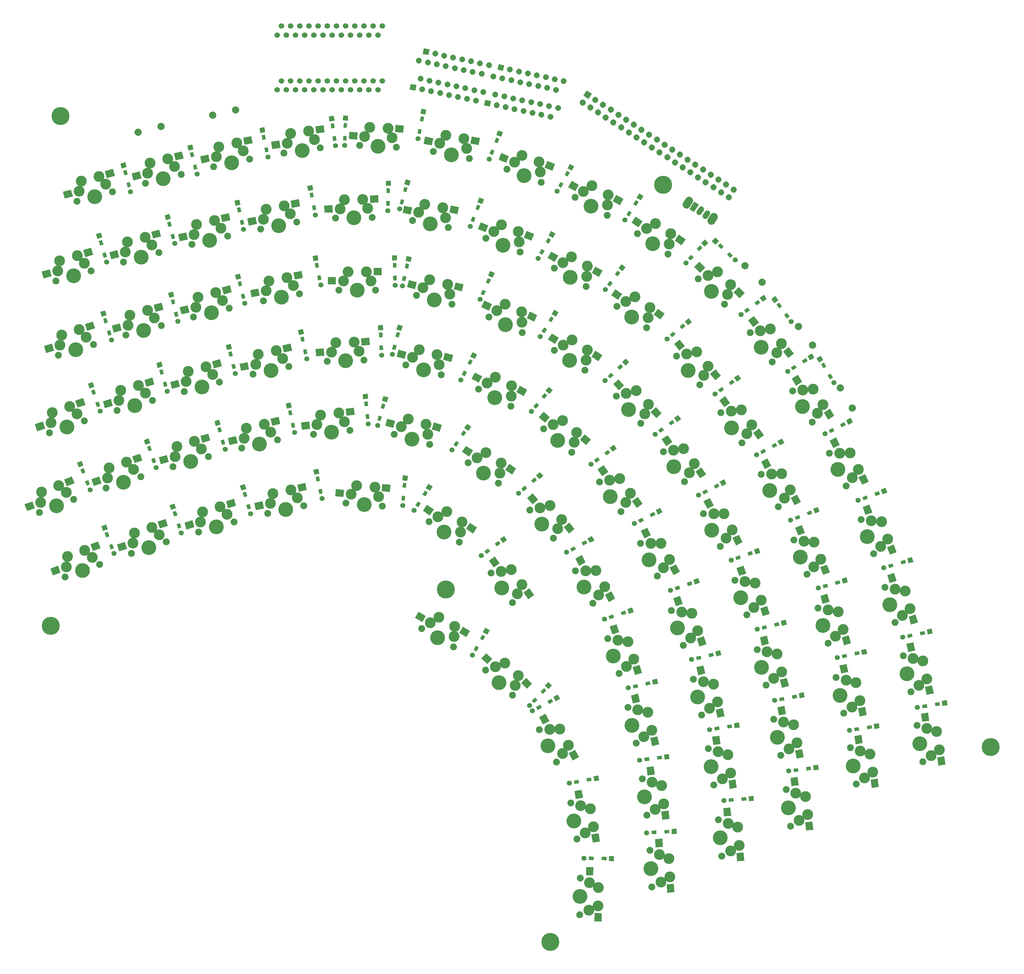
<source format=gbr>
G04 #@! TF.GenerationSoftware,KiCad,Pcbnew,(5.1.5)-3*
G04 #@! TF.CreationDate,2020-02-27T20:15:18+09:00*
G04 #@! TF.ProjectId,fan,66616e2e-6b69-4636-9164-5f7063625858,rev?*
G04 #@! TF.SameCoordinates,Original*
G04 #@! TF.FileFunction,Soldermask,Bot*
G04 #@! TF.FilePolarity,Negative*
%FSLAX46Y46*%
G04 Gerber Fmt 4.6, Leading zero omitted, Abs format (unit mm)*
G04 Created by KiCad (PCBNEW (5.1.5)-3) date 2020-02-27 20:15:18*
%MOMM*%
%LPD*%
G04 APERTURE LIST*
%ADD10C,0.100000*%
%ADD11C,1.900000*%
%ADD12C,4.100000*%
%ADD13C,3.000000*%
%ADD14R,2.300000X2.000000*%
%ADD15C,5.000000*%
%ADD16C,1.397000*%
%ADD17C,2.000000*%
%ADD18C,1.700000*%
%ADD19C,2.200000*%
%ADD20C,1.500000*%
%ADD21C,1.600000*%
%ADD22C,1.524000*%
G04 APERTURE END LIST*
D10*
G36*
X329482458Y-256173891D02*
G01*
X327526163Y-256589714D01*
X327047966Y-254339975D01*
X329004261Y-253924152D01*
X329482458Y-256173891D01*
G37*
D11*
X321015809Y-245777010D03*
X323128191Y-255714990D03*
D12*
X322072000Y-250746000D03*
D13*
X327569086Y-252174304D03*
X325348639Y-253944646D03*
X326512894Y-247205314D03*
X323764351Y-246491162D03*
D10*
G36*
X324357485Y-244279513D02*
G01*
X322401190Y-244695336D01*
X321922993Y-242445597D01*
X323879288Y-242029774D01*
X324357485Y-244279513D01*
G37*
G36*
X175591148Y-118093383D02*
G01*
X175626053Y-120093078D01*
X173326404Y-120133219D01*
X173291499Y-118133524D01*
X175591148Y-118093383D01*
G37*
D11*
X163769774Y-124420658D03*
X173928226Y-124243342D03*
D12*
X168849000Y-124332000D03*
D13*
X171299955Y-119208445D03*
X172614091Y-121725892D03*
X166220729Y-119297103D03*
X164995251Y-121858881D03*
D10*
G36*
X162937411Y-120854642D02*
G01*
X162972316Y-122854337D01*
X160672667Y-122894478D01*
X160637762Y-120894783D01*
X162937411Y-120854642D01*
G37*
D14*
X175418000Y-139256000D03*
D11*
X164638000Y-144376000D03*
X174798000Y-144376000D03*
D12*
X169718000Y-144376000D03*
D13*
X172258000Y-139296000D03*
X173528000Y-141835999D03*
X167178000Y-139296000D03*
X165908000Y-141836000D03*
D14*
X162718000Y-141796000D03*
D10*
G36*
X219649632Y-151319331D02*
G01*
X218804396Y-153131947D01*
X216719888Y-152159925D01*
X217565124Y-150347309D01*
X219649632Y-151319331D01*
G37*
D11*
X206250956Y-151824099D03*
X215459044Y-156117901D03*
D12*
X210855000Y-153971000D03*
D13*
X215303923Y-150440407D03*
X215381483Y-153279153D03*
X210699879Y-148293506D03*
X208475418Y-150058803D03*
D10*
G36*
X207066073Y-148254101D02*
G01*
X206220837Y-150066717D01*
X204136329Y-149094695D01*
X204981565Y-147282079D01*
X207066073Y-148254101D01*
G37*
G36*
X102068620Y-110760623D02*
G01*
X102586258Y-112692475D01*
X100364628Y-113287759D01*
X99846990Y-111355907D01*
X102068620Y-110760623D01*
G37*
D11*
X92129097Y-119759801D03*
X101942903Y-117130199D03*
D12*
X97036000Y-118445000D03*
D13*
X98174651Y-112880696D03*
X100058777Y-115005447D03*
X93267748Y-114195497D03*
X92698422Y-116977649D03*
D10*
G36*
X90458762Y-116501077D02*
G01*
X90976400Y-118432929D01*
X88754770Y-119028213D01*
X88237132Y-117096361D01*
X90458762Y-116501077D01*
G37*
G36*
X182642908Y-98742889D02*
G01*
X182538236Y-100740148D01*
X180241388Y-100619775D01*
X180346060Y-98622516D01*
X182642908Y-98742889D01*
G37*
D11*
X170408962Y-104230133D03*
X180555038Y-104761867D03*
D12*
X175482000Y-104496000D03*
D13*
X178284386Y-99555895D03*
X179419712Y-102158880D03*
X173211348Y-99290029D03*
X171810155Y-101760081D03*
D10*
G36*
X169827380Y-100614741D02*
G01*
X169722708Y-102612000D01*
X167425860Y-102491627D01*
X167530532Y-100494368D01*
X169827380Y-100614741D01*
G37*
D15*
X194309000Y-227330000D03*
X84813000Y-237425000D03*
X223305000Y-325029000D03*
X345273000Y-271053000D03*
X254516000Y-115150000D03*
X87538000Y-96125000D03*
D10*
G36*
X258947647Y-226261142D02*
G01*
X259256937Y-227159385D01*
X258027763Y-227582624D01*
X257718473Y-226684381D01*
X258947647Y-226261142D01*
G37*
D16*
X256563574Y-227584415D03*
D10*
G36*
X264201461Y-224215731D02*
G01*
X264656280Y-225536620D01*
X263335391Y-225991439D01*
X262880572Y-224670550D01*
X264201461Y-224215731D01*
G37*
G36*
X262304237Y-225105376D02*
G01*
X262613527Y-226003619D01*
X261384353Y-226426858D01*
X261075063Y-225528615D01*
X262304237Y-225105376D01*
G37*
G36*
X219394993Y-175646476D02*
G01*
X220122735Y-176257124D01*
X219287111Y-177252982D01*
X218559369Y-176642334D01*
X219394993Y-175646476D01*
G37*
D16*
X218032979Y-178008629D03*
D10*
G36*
X222844926Y-171187302D02*
G01*
X223915090Y-172085276D01*
X223017116Y-173155440D01*
X221946952Y-172257466D01*
X222844926Y-171187302D01*
G37*
G36*
X221676889Y-172927018D02*
G01*
X222404631Y-173537666D01*
X221569007Y-174533524D01*
X220841265Y-173922876D01*
X221676889Y-172927018D01*
G37*
G36*
X203753897Y-102205483D02*
G01*
X203372279Y-104168738D01*
X201114537Y-103729877D01*
X201496155Y-101766622D01*
X203753897Y-102205483D01*
G37*
D11*
X190875334Y-105936690D03*
X200848666Y-107875310D03*
D12*
X195862000Y-106906000D03*
D13*
X199324643Y-102403989D03*
X200086655Y-105139648D03*
X194337977Y-101434679D03*
X192606655Y-103685685D03*
D10*
G36*
X190802577Y-102275542D02*
G01*
X190420959Y-104238797D01*
X188163217Y-103799936D01*
X188544835Y-101836681D01*
X190802577Y-102275542D01*
G37*
G36*
X237462518Y-319393765D02*
G01*
X235462823Y-319358860D01*
X235502964Y-317059211D01*
X237502659Y-317094116D01*
X237462518Y-319393765D01*
G37*
D11*
X231551658Y-307358774D03*
X231374342Y-317517226D03*
D12*
X231463000Y-312438000D03*
D13*
X236497897Y-315066271D03*
X233936120Y-316291749D03*
X236586555Y-309987045D03*
X234069107Y-308672909D03*
D10*
G36*
X235144551Y-306651370D02*
G01*
X233144856Y-306616465D01*
X233184997Y-304316816D01*
X235184692Y-304351721D01*
X235144551Y-306651370D01*
G37*
G36*
X254946012Y-150924145D02*
G01*
X253770441Y-152542179D01*
X251909702Y-151190273D01*
X253085273Y-149572239D01*
X254946012Y-150924145D01*
G37*
D11*
X241697194Y-148863051D03*
X249916806Y-154834949D03*
D12*
X245807000Y-151849000D03*
D13*
X250847852Y-149232168D03*
X250382330Y-152033558D03*
X246738046Y-146246219D03*
X244217620Y-147554635D03*
D10*
G36*
X243178522Y-145514175D02*
G01*
X242002951Y-147132209D01*
X240142212Y-145780303D01*
X241317783Y-144162269D01*
X243178522Y-145514175D01*
G37*
G36*
X90678815Y-196028667D02*
G01*
X91395550Y-197895828D01*
X89248315Y-198720075D01*
X88531580Y-196852914D01*
X90678815Y-196028667D01*
G37*
D11*
X81734411Y-206017509D03*
X91219589Y-202376491D03*
D12*
X86477000Y-204197000D03*
D13*
X87027785Y-198544157D03*
X89123686Y-200460323D03*
X82285197Y-200364666D03*
X82009804Y-203191088D03*
D10*
G36*
X79732598Y-202951234D02*
G01*
X80449333Y-204818395D01*
X78302098Y-205642642D01*
X77585363Y-203775481D01*
X79732598Y-202951234D01*
G37*
G36*
X250576498Y-273880644D02*
G01*
X250692274Y-274823562D01*
X249401964Y-274981992D01*
X249286188Y-274039074D01*
X250576498Y-273880644D01*
G37*
D16*
X247969399Y-274679322D03*
D10*
G36*
X256140769Y-272972259D02*
G01*
X256311020Y-274358846D01*
X254924433Y-274529097D01*
X254754182Y-273142510D01*
X256140769Y-272972259D01*
G37*
G36*
X254100036Y-273448008D02*
G01*
X254215812Y-274390926D01*
X252925502Y-274549356D01*
X252809726Y-273606438D01*
X254100036Y-273448008D01*
G37*
G36*
X308728544Y-265536837D02*
G01*
X308877157Y-266475141D01*
X307593162Y-266678505D01*
X307444549Y-265740201D01*
X308728544Y-265536837D01*
G37*
D16*
X306150907Y-266426015D03*
D10*
G36*
X314257724Y-264434815D02*
G01*
X314476263Y-265814616D01*
X313096462Y-266033155D01*
X312877923Y-264653354D01*
X314257724Y-264434815D01*
G37*
G36*
X312234838Y-264981495D02*
G01*
X312383451Y-265919799D01*
X311099456Y-266123163D01*
X310950843Y-265184859D01*
X312234838Y-264981495D01*
G37*
G36*
X291883498Y-276869644D02*
G01*
X291999274Y-277812562D01*
X290708964Y-277970992D01*
X290593188Y-277028074D01*
X291883498Y-276869644D01*
G37*
D16*
X289276399Y-277668322D03*
D10*
G36*
X297447769Y-275961259D02*
G01*
X297618020Y-277347846D01*
X296231433Y-277518097D01*
X296061182Y-276131510D01*
X297447769Y-275961259D01*
G37*
G36*
X295407036Y-276437008D02*
G01*
X295522812Y-277379926D01*
X294232502Y-277538356D01*
X294116726Y-276595438D01*
X295407036Y-276437008D01*
G37*
G36*
X252622683Y-294190529D02*
G01*
X252672402Y-295139227D01*
X251374183Y-295207263D01*
X251324464Y-294258565D01*
X252622683Y-294190529D01*
G37*
D16*
X249966221Y-294805400D03*
D10*
G36*
X258236765Y-293672501D02*
G01*
X258309878Y-295067586D01*
X256914793Y-295140699D01*
X256841680Y-293745614D01*
X258236765Y-293672501D01*
G37*
G36*
X256167817Y-294004737D02*
G01*
X256217536Y-294953435D01*
X254919317Y-295021471D01*
X254869598Y-294072773D01*
X256167817Y-294004737D01*
G37*
G36*
X182434104Y-140439315D02*
G01*
X183359756Y-140653018D01*
X183067320Y-141919699D01*
X182141668Y-141705996D01*
X182434104Y-140439315D01*
G37*
D16*
X182292936Y-143162350D03*
D10*
G36*
X183483595Y-134899924D02*
G01*
X184844790Y-135214181D01*
X184530533Y-136575376D01*
X183169338Y-136261119D01*
X183483595Y-134899924D01*
G37*
G36*
X183232680Y-136980301D02*
G01*
X184158332Y-137194004D01*
X183865896Y-138460685D01*
X182940244Y-138246982D01*
X183232680Y-136980301D01*
G37*
G36*
X201680155Y-123994143D02*
G01*
X202560980Y-124350020D01*
X202073991Y-125555359D01*
X201193166Y-125199482D01*
X201680155Y-123994143D01*
G37*
D16*
X201114749Y-126661570D03*
D10*
G36*
X203583276Y-118687129D02*
G01*
X204878552Y-119210455D01*
X204355226Y-120505731D01*
X203059950Y-119982405D01*
X203583276Y-118687129D01*
G37*
G36*
X203010009Y-120702641D02*
G01*
X203890834Y-121058518D01*
X203403845Y-122263857D01*
X202523020Y-121907980D01*
X203010009Y-120702641D01*
G37*
G36*
X186669067Y-99663696D02*
G01*
X187601613Y-99844965D01*
X187353561Y-101121080D01*
X186421015Y-100939811D01*
X186669067Y-99663696D01*
G37*
D16*
X186623018Y-102390000D03*
D10*
G36*
X187524595Y-94091053D02*
G01*
X188895929Y-94357613D01*
X188629369Y-95728947D01*
X187258035Y-95462387D01*
X187524595Y-94091053D01*
G37*
G36*
X187346439Y-96178920D02*
G01*
X188278985Y-96360189D01*
X188030933Y-97636304D01*
X187098387Y-97455035D01*
X187346439Y-96178920D01*
G37*
G36*
X235268461Y-301421438D02*
G01*
X235251881Y-302371294D01*
X233952079Y-302348606D01*
X233968659Y-301398750D01*
X235268461Y-301421438D01*
G37*
D16*
X232575580Y-301849506D03*
D10*
G36*
X240905004Y-301296291D02*
G01*
X240880623Y-302693078D01*
X239483836Y-302668697D01*
X239508217Y-301271910D01*
X240905004Y-301296291D01*
G37*
G36*
X238817921Y-301483394D02*
G01*
X238801341Y-302433250D01*
X237501539Y-302410562D01*
X237518119Y-301460706D01*
X238817921Y-301483394D01*
G37*
G36*
X219027359Y-257287824D02*
G01*
X219722145Y-257935722D01*
X218835547Y-258886482D01*
X218140761Y-258238584D01*
X219027359Y-257287824D01*
G37*
D16*
X217543586Y-259575458D03*
D10*
G36*
X222705939Y-253015316D02*
G01*
X223727640Y-253968067D01*
X222774889Y-254989768D01*
X221753188Y-254037017D01*
X222705939Y-253015316D01*
G37*
G36*
X221448453Y-254691518D02*
G01*
X222143239Y-255339416D01*
X221256641Y-256290176D01*
X220561855Y-255642278D01*
X221448453Y-254691518D01*
G37*
G36*
X216216876Y-198601265D02*
G01*
X216827524Y-199329007D01*
X215831666Y-200164631D01*
X215221018Y-199436889D01*
X216216876Y-198601265D01*
G37*
D16*
X214465371Y-200691021D03*
D10*
G36*
X220388724Y-194808910D02*
G01*
X221286698Y-195879074D01*
X220216534Y-196777048D01*
X219318560Y-195706884D01*
X220388724Y-194808910D01*
G37*
G36*
X218936334Y-196319369D02*
G01*
X219546982Y-197047111D01*
X218551124Y-197882735D01*
X217940476Y-197154993D01*
X218936334Y-196319369D01*
G37*
G36*
X240123125Y-167270778D02*
G01*
X240758799Y-167976766D01*
X239792711Y-168846636D01*
X239157037Y-168140648D01*
X240123125Y-167270778D01*
G37*
D16*
X238445618Y-169420388D03*
D10*
G36*
X244160081Y-163335138D02*
G01*
X245094856Y-164373311D01*
X244056683Y-165308086D01*
X243121908Y-164269913D01*
X244160081Y-163335138D01*
G37*
G36*
X242761289Y-164895364D02*
G01*
X243396963Y-165601352D01*
X242430875Y-166471222D01*
X241795201Y-165765234D01*
X242761289Y-164895364D01*
G37*
G36*
X220847138Y-132980778D02*
G01*
X221669862Y-133455778D01*
X221019862Y-134581612D01*
X220197138Y-134106612D01*
X220847138Y-132980778D01*
G37*
D16*
X219916000Y-135543557D03*
D10*
G36*
X223470331Y-127990274D02*
G01*
X224680169Y-128688774D01*
X223981669Y-129898612D01*
X222771831Y-129200112D01*
X223470331Y-127990274D01*
G37*
G36*
X222622138Y-129906388D02*
G01*
X223444862Y-130381388D01*
X222794862Y-131507222D01*
X221972138Y-131032222D01*
X222622138Y-129906388D01*
G37*
G36*
X175671309Y-179213492D02*
G01*
X176584508Y-179475348D01*
X176226179Y-180724988D01*
X175312980Y-180463132D01*
X175671309Y-179213492D01*
G37*
D16*
X175387822Y-181925407D03*
D10*
G36*
X177009269Y-173736619D02*
G01*
X178352152Y-174121684D01*
X177967087Y-175464567D01*
X176624204Y-175079502D01*
X177009269Y-173736619D01*
G37*
G36*
X176649821Y-175801012D02*
G01*
X177563020Y-176062868D01*
X177204691Y-177312508D01*
X176291492Y-177050652D01*
X176649821Y-175801012D01*
G37*
G36*
X162883192Y-101788159D02*
G01*
X163823947Y-101655945D01*
X164004872Y-102943293D01*
X163064117Y-103075507D01*
X162883192Y-101788159D01*
G37*
D16*
X163727250Y-104380921D03*
D10*
G36*
X161877835Y-96240589D02*
G01*
X163261240Y-96046164D01*
X163455665Y-97429569D01*
X162072260Y-97623994D01*
X161877835Y-96240589D01*
G37*
G36*
X162389128Y-98272707D02*
G01*
X163329883Y-98140493D01*
X163510808Y-99427841D01*
X162570053Y-99560055D01*
X162389128Y-98272707D01*
G37*
G36*
X177832438Y-119689539D02*
G01*
X178782294Y-119706119D01*
X178759606Y-121005921D01*
X177809750Y-120989341D01*
X177832438Y-119689539D01*
G37*
D16*
X178260506Y-122382420D03*
D10*
G36*
X177707291Y-114052996D02*
G01*
X179104078Y-114077377D01*
X179079697Y-115474164D01*
X177682910Y-115449783D01*
X177707291Y-114052996D01*
G37*
G36*
X177894394Y-116140079D02*
G01*
X178844250Y-116156659D01*
X178821562Y-117456461D01*
X177871706Y-117439881D01*
X177894394Y-116140079D01*
G37*
G36*
X262305359Y-134574824D02*
G01*
X263000145Y-135222722D01*
X262113547Y-136173482D01*
X261418761Y-135525584D01*
X262305359Y-134574824D01*
G37*
D16*
X260821586Y-136862458D03*
D10*
G36*
X265983939Y-130302316D02*
G01*
X267005640Y-131255067D01*
X266052889Y-132276768D01*
X265031188Y-131324017D01*
X265983939Y-130302316D01*
G37*
G36*
X264726453Y-131978518D02*
G01*
X265421239Y-132626416D01*
X264534641Y-133577176D01*
X263839855Y-132929278D01*
X264726453Y-131978518D01*
G37*
G36*
X202628138Y-242968778D02*
G01*
X203450862Y-243443778D01*
X202800862Y-244569612D01*
X201978138Y-244094612D01*
X202628138Y-242968778D01*
G37*
D16*
X201697000Y-245531557D03*
D10*
G36*
X205251331Y-237978274D02*
G01*
X206461169Y-238676774D01*
X205762669Y-239886612D01*
X204552831Y-239188112D01*
X205251331Y-237978274D01*
G37*
G36*
X204403138Y-239894388D02*
G01*
X205225862Y-240369388D01*
X204575862Y-241495222D01*
X203753138Y-241020222D01*
X204403138Y-239894388D01*
G37*
G36*
X186576913Y-202946801D02*
G01*
X187373650Y-203464208D01*
X186665619Y-204554479D01*
X185868882Y-204037072D01*
X186576913Y-202946801D01*
G37*
D16*
X185512925Y-205457335D03*
D10*
G36*
X189457694Y-198100423D02*
G01*
X190629317Y-198861284D01*
X189868456Y-200032907D01*
X188696833Y-199272046D01*
X189457694Y-198100423D01*
G37*
G36*
X188510381Y-199969521D02*
G01*
X189307118Y-200486928D01*
X188599087Y-201577199D01*
X187802350Y-201059792D01*
X188510381Y-199969521D01*
G37*
G36*
X226076138Y-114386778D02*
G01*
X226898862Y-114861778D01*
X226248862Y-115987612D01*
X225426138Y-115512612D01*
X226076138Y-114386778D01*
G37*
D16*
X225145000Y-116949557D03*
D10*
G36*
X228699331Y-109396274D02*
G01*
X229909169Y-110094774D01*
X229210669Y-111304612D01*
X228000831Y-110606112D01*
X228699331Y-109396274D01*
G37*
G36*
X227851138Y-111312388D02*
G01*
X228673862Y-111787388D01*
X228023862Y-112913222D01*
X227201138Y-112438222D01*
X227851138Y-111312388D01*
G37*
G36*
X206923155Y-105380143D02*
G01*
X207803980Y-105736020D01*
X207316991Y-106941359D01*
X206436166Y-106585482D01*
X206923155Y-105380143D01*
G37*
D16*
X206357749Y-108047570D03*
D10*
G36*
X208826276Y-100073129D02*
G01*
X210121552Y-100596455D01*
X209598226Y-101891731D01*
X208302950Y-101368405D01*
X208826276Y-100073129D01*
G37*
G36*
X208253009Y-102088641D02*
G01*
X209133834Y-102444518D01*
X208646845Y-103649857D01*
X207766020Y-103293980D01*
X208253009Y-102088641D01*
G37*
G36*
X157203387Y-120980965D02*
G01*
X158135933Y-120799696D01*
X158383985Y-122075811D01*
X157451439Y-122257080D01*
X157203387Y-120980965D01*
G37*
D16*
X158181982Y-123526000D03*
D10*
G36*
X155909071Y-115493613D02*
G01*
X157280405Y-115227053D01*
X157546965Y-116598387D01*
X156175631Y-116864947D01*
X155909071Y-115493613D01*
G37*
G36*
X156526015Y-117496189D02*
G01*
X157458561Y-117314920D01*
X157706613Y-118591035D01*
X156774067Y-118772304D01*
X156526015Y-117496189D01*
G37*
G36*
X182110758Y-201347320D02*
G01*
X183057143Y-201430118D01*
X182943840Y-202725172D01*
X181997455Y-202642374D01*
X182110758Y-201347320D01*
G37*
D16*
X182349937Y-204063502D03*
D10*
G36*
X182379099Y-195715778D02*
G01*
X183770783Y-195837534D01*
X183649027Y-197229218D01*
X182257343Y-197107462D01*
X182379099Y-195715778D01*
G37*
G36*
X182420160Y-197810828D02*
G01*
X183366545Y-197893626D01*
X183253242Y-199188680D01*
X182306857Y-199105882D01*
X182420160Y-197810828D01*
G37*
G36*
X260116652Y-153636753D02*
G01*
X260714506Y-154375042D01*
X259704216Y-155193159D01*
X259106362Y-154454870D01*
X260116652Y-153636753D01*
G37*
G36*
X261595182Y-152151872D02*
G01*
X262474343Y-153237545D01*
X261388670Y-154116706D01*
X260509509Y-153031033D01*
X261595182Y-152151872D01*
G37*
D16*
X255570074Y-157929711D03*
D10*
G36*
X257357784Y-155870841D02*
G01*
X257955638Y-156609130D01*
X256945348Y-157427247D01*
X256347494Y-156688958D01*
X257357784Y-155870841D01*
G37*
G36*
X239758606Y-141795603D02*
G01*
X240517310Y-142367327D01*
X239734950Y-143405553D01*
X238976246Y-142833829D01*
X239758606Y-141795603D01*
G37*
D16*
X238522085Y-144225801D03*
D10*
G36*
X242970436Y-137161984D02*
G01*
X244086130Y-138002720D01*
X243245394Y-139118414D01*
X242129700Y-138277678D01*
X242970436Y-137161984D01*
G37*
G36*
X241895050Y-138960447D02*
G01*
X242653754Y-139532171D01*
X241871394Y-140570397D01*
X241112690Y-139998673D01*
X241895050Y-138960447D01*
G37*
G36*
X144010280Y-104962174D02*
G01*
X144939521Y-104764658D01*
X145209806Y-106036250D01*
X144280565Y-106233766D01*
X144010280Y-104962174D01*
G37*
D16*
X145033144Y-107489742D03*
D10*
G36*
X142620394Y-99498248D02*
G01*
X143986866Y-99207796D01*
X144277318Y-100574268D01*
X142910846Y-100864720D01*
X142620394Y-99498248D01*
G37*
G36*
X143272194Y-101489750D02*
G01*
X144201435Y-101292234D01*
X144471720Y-102563826D01*
X143542479Y-102761342D01*
X143272194Y-101489750D01*
G37*
G36*
X158698387Y-140444965D02*
G01*
X159630933Y-140263696D01*
X159878985Y-141539811D01*
X158946439Y-141721080D01*
X158698387Y-140444965D01*
G37*
D16*
X159676982Y-142990000D03*
D10*
G36*
X157404071Y-134957613D02*
G01*
X158775405Y-134691053D01*
X159041965Y-136062387D01*
X157670631Y-136328947D01*
X157404071Y-134957613D01*
G37*
G36*
X158021015Y-136960189D02*
G01*
X158953561Y-136778920D01*
X159201613Y-138055035D01*
X158269067Y-138236304D01*
X158021015Y-136960189D01*
G37*
G36*
X221530018Y-154690342D02*
G01*
X222335663Y-155193765D01*
X221646768Y-156296228D01*
X220841123Y-155792805D01*
X221530018Y-154690342D01*
G37*
D16*
X220510008Y-157219063D03*
D10*
G36*
X224325779Y-149794427D02*
G01*
X225510502Y-150534724D01*
X224770205Y-151719447D01*
X223585482Y-150979150D01*
X224325779Y-149794427D01*
G37*
G36*
X223411232Y-151679772D02*
G01*
X224216877Y-152183195D01*
X223527982Y-153285658D01*
X222722337Y-152782235D01*
X223411232Y-151679772D01*
G37*
G36*
X204490487Y-144288539D02*
G01*
X205358355Y-144674938D01*
X204829597Y-145862547D01*
X203961729Y-145476148D01*
X204490487Y-144288539D01*
G37*
D16*
X203832333Y-146934608D03*
D10*
G36*
X206577661Y-139051175D02*
G01*
X207853884Y-139619386D01*
X207285673Y-140895609D01*
X206009450Y-140327398D01*
X206577661Y-139051175D01*
G37*
G36*
X205934403Y-141045453D02*
G01*
X206802271Y-141431852D01*
X206273513Y-142619461D01*
X205405645Y-142233062D01*
X205934403Y-141045453D01*
G37*
G36*
X179694706Y-140383119D02*
G01*
X180644562Y-140366539D01*
X180667250Y-141666341D01*
X179717394Y-141682921D01*
X179694706Y-140383119D01*
G37*
D16*
X180216494Y-143059420D03*
D10*
G36*
X179372922Y-134754377D02*
G01*
X180769709Y-134729996D01*
X180794090Y-136126783D01*
X179397303Y-136151164D01*
X179372922Y-134754377D01*
G37*
G36*
X179632750Y-136833659D02*
G01*
X180582606Y-136817079D01*
X180605294Y-138116881D01*
X179655438Y-138133461D01*
X179632750Y-136833659D01*
G37*
G36*
X175917552Y-159721892D02*
G01*
X176866973Y-159688738D01*
X176912342Y-160987946D01*
X175962921Y-161021100D01*
X175917552Y-159721892D01*
G37*
D16*
X176485967Y-162388679D03*
D10*
G36*
X175497581Y-154099624D02*
G01*
X176893730Y-154050869D01*
X176942485Y-155447018D01*
X175546336Y-155495773D01*
X175497581Y-154099624D01*
G37*
G36*
X175793658Y-156174054D02*
G01*
X176743079Y-156140900D01*
X176788448Y-157440108D01*
X175839027Y-157473262D01*
X175793658Y-156174054D01*
G37*
G36*
X172060197Y-178820488D02*
G01*
X173004992Y-178721186D01*
X173140879Y-180014064D01*
X172196084Y-180113366D01*
X172060197Y-178820488D01*
G37*
D16*
X172813253Y-181441128D03*
D10*
G36*
X171249060Y-173241212D02*
G01*
X172638407Y-173095185D01*
X172784434Y-174484532D01*
X171395087Y-174630559D01*
X171249060Y-173241212D01*
G37*
G36*
X171689121Y-175289936D02*
G01*
X172633916Y-175190634D01*
X172769803Y-176483512D01*
X171825008Y-176582814D01*
X171689121Y-175289936D01*
G37*
G36*
X165864027Y-101598738D02*
G01*
X166813448Y-101631892D01*
X166768079Y-102931100D01*
X165818658Y-102897946D01*
X165864027Y-101598738D01*
G37*
D16*
X166245033Y-104298679D03*
D10*
G36*
X165837270Y-95960869D02*
G01*
X167233419Y-96009624D01*
X167184664Y-97405773D01*
X165788515Y-97357018D01*
X165837270Y-95960869D01*
G37*
G36*
X165987921Y-98050900D02*
G01*
X166937342Y-98084054D01*
X166891973Y-99383262D01*
X165942552Y-99350108D01*
X165987921Y-98050900D01*
G37*
G36*
X287975035Y-257138387D02*
G01*
X288156304Y-258070933D01*
X286880189Y-258318985D01*
X286698920Y-257386439D01*
X287975035Y-257138387D01*
G37*
D16*
X285430000Y-258116982D03*
D10*
G36*
X293462387Y-255844071D02*
G01*
X293728947Y-257215405D01*
X292357613Y-257481965D01*
X292091053Y-256110631D01*
X293462387Y-255844071D01*
G37*
G36*
X291459811Y-256461015D02*
G01*
X291641080Y-257393561D01*
X290364965Y-257641613D01*
X290183696Y-256709067D01*
X291459811Y-256461015D01*
G37*
G36*
X269988544Y-265312837D02*
G01*
X270137157Y-266251141D01*
X268853162Y-266454505D01*
X268704549Y-265516201D01*
X269988544Y-265312837D01*
G37*
D16*
X267410907Y-266202015D03*
D10*
G36*
X275517724Y-264210815D02*
G01*
X275736263Y-265590616D01*
X274356462Y-265809155D01*
X274137923Y-264429354D01*
X275517724Y-264210815D01*
G37*
G36*
X273494838Y-264757495D02*
G01*
X273643451Y-265695799D01*
X272359456Y-265899163D01*
X272210843Y-264960859D01*
X273494838Y-264757495D01*
G37*
G36*
X231052608Y-280114571D02*
G01*
X231217574Y-281050138D01*
X229937324Y-281275881D01*
X229772358Y-280340314D01*
X231052608Y-280114571D01*
G37*
D16*
X228490882Y-281048600D03*
D10*
G36*
X236561713Y-278916219D02*
G01*
X236804299Y-280291995D01*
X235428523Y-280534581D01*
X235185937Y-279158805D01*
X236561713Y-278916219D01*
G37*
G36*
X234548676Y-279498119D02*
G01*
X234713642Y-280433686D01*
X233433392Y-280659429D01*
X233268426Y-279723862D01*
X234548676Y-279498119D01*
G37*
G36*
X277997658Y-149183976D02*
G01*
X278556054Y-149952542D01*
X277504332Y-150716662D01*
X276945936Y-149948096D01*
X277997658Y-149183976D01*
G37*
D16*
X276104645Y-151146462D03*
D10*
G36*
X282423885Y-145691872D02*
G01*
X283245021Y-146822068D01*
X282114825Y-147643204D01*
X281293689Y-146513008D01*
X282423885Y-145691872D01*
G37*
G36*
X280869668Y-147097338D02*
G01*
X281428064Y-147865904D01*
X280376342Y-148630024D01*
X279817946Y-147861458D01*
X280869668Y-147097338D01*
G37*
G36*
X197169629Y-186196097D02*
G01*
X197947824Y-186740995D01*
X197202175Y-187805893D01*
X196423980Y-187260995D01*
X197169629Y-186196097D01*
G37*
D16*
X196018674Y-188667969D03*
D10*
G36*
X200217791Y-181453210D02*
G01*
X201362147Y-182254496D01*
X200560861Y-183398852D01*
X199416505Y-182597566D01*
X200217791Y-181453210D01*
G37*
G36*
X199205825Y-183288107D02*
G01*
X199984020Y-183833005D01*
X199238371Y-184897903D01*
X198460176Y-184353005D01*
X199205825Y-183288107D01*
G37*
G36*
X179741014Y-159442727D02*
G01*
X180658643Y-159688605D01*
X180322178Y-160944309D01*
X179404549Y-160698431D01*
X179741014Y-159442727D01*
G37*
D16*
X179504899Y-162159177D03*
D10*
G36*
X180983187Y-153943339D02*
G01*
X182332585Y-154304909D01*
X181971015Y-155654307D01*
X180621617Y-155292737D01*
X180983187Y-153943339D01*
G37*
G36*
X180659822Y-156013691D02*
G01*
X181577451Y-156259569D01*
X181240986Y-157515273D01*
X180323357Y-157269395D01*
X180659822Y-156013691D01*
G37*
G36*
X245019913Y-122398801D02*
G01*
X245816650Y-122916208D01*
X245108619Y-124006479D01*
X244311882Y-123489072D01*
X245019913Y-122398801D01*
G37*
D16*
X243955925Y-124909335D03*
D10*
G36*
X247900694Y-117552423D02*
G01*
X249072317Y-118313284D01*
X248311456Y-119484907D01*
X247139833Y-118724046D01*
X247900694Y-117552423D01*
G37*
G36*
X246953381Y-119421521D02*
G01*
X247750118Y-119938928D01*
X247042087Y-121029199D01*
X246245350Y-120511792D01*
X246953381Y-119421521D01*
G37*
G36*
X181848309Y-119153492D02*
G01*
X182761508Y-119415348D01*
X182403179Y-120664988D01*
X181489980Y-120403132D01*
X181848309Y-119153492D01*
G37*
D16*
X181564822Y-121865407D03*
D10*
G36*
X183186269Y-113676619D02*
G01*
X184529152Y-114061684D01*
X184144087Y-115404567D01*
X182801204Y-115019502D01*
X183186269Y-113676619D01*
G37*
G36*
X182826821Y-115741012D02*
G01*
X183740020Y-116002868D01*
X183381691Y-117252508D01*
X182468492Y-116990652D01*
X182826821Y-115741012D01*
G37*
G36*
X199208088Y-142789955D02*
G01*
X198724244Y-144730547D01*
X196492564Y-144174127D01*
X196976408Y-142233535D01*
X199208088Y-142789955D01*
G37*
D11*
X186151898Y-145842037D03*
X196010102Y-148299963D03*
D12*
X191081000Y-147071000D03*
D13*
X194774514Y-142756379D03*
X195392309Y-145528170D03*
X189845412Y-141527416D03*
X187998655Y-143684726D03*
D10*
G36*
X186270850Y-142182098D02*
G01*
X185787006Y-144122690D01*
X183555326Y-143566270D01*
X184039170Y-141625678D01*
X186270850Y-142182098D01*
G37*
G36*
X197921897Y-121351483D02*
G01*
X197540279Y-123314738D01*
X195282537Y-122875877D01*
X195664155Y-120912622D01*
X197921897Y-121351483D01*
G37*
D11*
X185043334Y-125082690D03*
X195016666Y-127021310D03*
D12*
X190030000Y-126052000D03*
D13*
X193492643Y-121549989D03*
X194254655Y-124285648D03*
X188505977Y-120580679D03*
X186774655Y-122831685D03*
D10*
G36*
X184970577Y-121421542D02*
G01*
X184588959Y-123384797D01*
X182331217Y-122945936D01*
X182712835Y-120982681D01*
X184970577Y-121421542D01*
G37*
G36*
X218782802Y-128825690D02*
G01*
X218033589Y-130680057D01*
X215901066Y-129818462D01*
X216650279Y-127964095D01*
X218782802Y-128825690D01*
G37*
D11*
X205428906Y-130030999D03*
X214849094Y-133837001D03*
D12*
X210139000Y-131934000D03*
D13*
X214397048Y-128175407D03*
X214623072Y-131006203D03*
X209686955Y-126272405D03*
X207557930Y-128151702D03*
D10*
G36*
X206056066Y-126423234D02*
G01*
X205306853Y-128277601D01*
X203174330Y-127416006D01*
X203923543Y-125561639D01*
X206056066Y-126423234D01*
G37*
G36*
X199293444Y-166655317D02*
G01*
X200132245Y-167101315D01*
X199521932Y-168249147D01*
X198683131Y-167803149D01*
X199293444Y-166655317D01*
G37*
D16*
X198452313Y-169249030D03*
D10*
G36*
X201740874Y-161576305D02*
G01*
X202974352Y-162232157D01*
X202318500Y-163465635D01*
X201085022Y-162809783D01*
X201740874Y-161576305D01*
G37*
G36*
X200960068Y-163520853D02*
G01*
X201798869Y-163966851D01*
X201188556Y-165114683D01*
X200349755Y-164668685D01*
X200960068Y-163520853D01*
G37*
G36*
X273975606Y-285187633D02*
G01*
X274041875Y-286135319D01*
X272745042Y-286226003D01*
X272678773Y-285278317D01*
X273975606Y-285187633D01*
G37*
D16*
X271330281Y-285848772D03*
D10*
G36*
X279579793Y-284571705D02*
G01*
X279677242Y-285965302D01*
X278283645Y-286062751D01*
X278186196Y-284669154D01*
X279579793Y-284571705D01*
G37*
G36*
X277516958Y-284939997D02*
G01*
X277583227Y-285887683D01*
X276286394Y-285978367D01*
X276220125Y-285030681D01*
X277516958Y-284939997D01*
G37*
G36*
X277007729Y-302524540D02*
G01*
X275015339Y-302698852D01*
X274814881Y-300407604D01*
X276807271Y-300233292D01*
X277007729Y-302524540D01*
G37*
D11*
X269871249Y-291173331D03*
X270756751Y-301294669D03*
D12*
X270314000Y-296234000D03*
D13*
X275596045Y-298321583D03*
X273176399Y-299808126D03*
X275153293Y-293260914D03*
X272512271Y-292217123D03*
D10*
G36*
X273370516Y-290094243D02*
G01*
X271378126Y-290268555D01*
X271177668Y-287977307D01*
X273170058Y-287802995D01*
X273370516Y-290094243D01*
G37*
G36*
X311473795Y-197437973D02*
G01*
X309691782Y-198345954D01*
X308647603Y-196296639D01*
X310429616Y-195388658D01*
X311473795Y-197437973D01*
G37*
D11*
X300604728Y-189586687D03*
X305217272Y-198639313D03*
D12*
X302911000Y-194113000D03*
D13*
X308590449Y-194069885D03*
X306903861Y-196354599D03*
X306284177Y-189543572D03*
X303444453Y-189565129D03*
D10*
G36*
X303444959Y-187275326D02*
G01*
X301662946Y-188183307D01*
X300618767Y-186133992D01*
X302400780Y-185226011D01*
X303444959Y-187275326D01*
G37*
G36*
X271559060Y-262485735D02*
G01*
X269610320Y-262935637D01*
X269092932Y-260694585D01*
X271041672Y-260244683D01*
X271559060Y-262485735D01*
G37*
D11*
X262912249Y-252238200D03*
X265197751Y-262137800D03*
D12*
X264055000Y-257188000D03*
D13*
X269576176Y-258520149D03*
X267386964Y-260328974D03*
X268433424Y-253570349D03*
X265672836Y-252904274D03*
D10*
G36*
X266227281Y-250682611D02*
G01*
X264278541Y-251132513D01*
X263761153Y-248891461D01*
X265709893Y-248441559D01*
X266227281Y-250682611D01*
G37*
G36*
X237678084Y-162425113D02*
G01*
X236588806Y-164102454D01*
X234659864Y-162849785D01*
X235749142Y-161172444D01*
X237678084Y-162425113D01*
G37*
D11*
X224339554Y-161060234D03*
X232860446Y-166593766D03*
D12*
X228600000Y-163827000D03*
D13*
X233496990Y-160949937D03*
X233178719Y-163771851D03*
X229236543Y-158183170D03*
X226788048Y-159621702D03*
D10*
G36*
X225643585Y-157638421D02*
G01*
X224554307Y-159315762D01*
X222625365Y-158063093D01*
X223714643Y-156385752D01*
X225643585Y-157638421D01*
G37*
G36*
X160409597Y-98660224D02*
G01*
X160687943Y-100640760D01*
X158410327Y-100960858D01*
X158131981Y-98980322D01*
X160409597Y-98660224D01*
G37*
D11*
X149447438Y-106380999D03*
X159508562Y-104967001D03*
D12*
X154478000Y-105674000D03*
D13*
X156286282Y-100289939D03*
X157897422Y-102628469D03*
X151255720Y-100996938D03*
X150351579Y-103688969D03*
D10*
G36*
X148186692Y-102943003D02*
G01*
X148465038Y-104923539D01*
X146187422Y-105243637D01*
X145909076Y-103263101D01*
X148186692Y-102943003D01*
G37*
G36*
X121188964Y-105920625D02*
G01*
X121672808Y-107861217D01*
X119441128Y-108417637D01*
X118957284Y-106477045D01*
X121188964Y-105920625D01*
G37*
D11*
X111093898Y-114744963D03*
X120952102Y-112287037D03*
D12*
X116023000Y-113516000D03*
D13*
X117258588Y-107972416D03*
X119105345Y-110129725D03*
X112329486Y-109201379D03*
X111711692Y-111973171D03*
D10*
G36*
X109480689Y-111457584D02*
G01*
X109964533Y-113398176D01*
X107732853Y-113954596D01*
X107249009Y-112014004D01*
X109480689Y-111457584D01*
G37*
G36*
X314317229Y-282084286D02*
G01*
X312341852Y-282397155D01*
X311982053Y-280125472D01*
X313957430Y-279812603D01*
X314317229Y-282084286D01*
G37*
D11*
X306406313Y-271258543D03*
X307995687Y-281293457D03*
D12*
X307201000Y-276276000D03*
D13*
X312615800Y-277990041D03*
X310305745Y-279641749D03*
X311821113Y-272972585D03*
X309113713Y-272115564D03*
D10*
G36*
X309821783Y-269937988D02*
G01*
X307846406Y-270250857D01*
X307486607Y-267979174D01*
X309461984Y-267666305D01*
X309821783Y-269937988D01*
G37*
G36*
X257618114Y-311299316D02*
G01*
X255620855Y-311403988D01*
X255500482Y-309107140D01*
X257497741Y-309002468D01*
X257618114Y-311299316D01*
G37*
D11*
X250882133Y-299705962D03*
X251413867Y-309852038D03*
D12*
X251148000Y-304779000D03*
D13*
X256353971Y-307049652D03*
X253883920Y-308450845D03*
X256088105Y-301976614D03*
X253485119Y-300841288D03*
D10*
G36*
X254416929Y-298749654D02*
G01*
X252419670Y-298854326D01*
X252299297Y-296557478D01*
X254296556Y-296452806D01*
X254416929Y-298749654D01*
G37*
G36*
X96045742Y-132652962D02*
G01*
X96597016Y-134575486D01*
X94386114Y-135209452D01*
X93834840Y-133286928D01*
X96045742Y-132652962D01*
G37*
D11*
X86264791Y-141824238D03*
X96031209Y-139023762D03*
D12*
X91148000Y-140424000D03*
D13*
X92189367Y-134840672D03*
X94110288Y-136932216D03*
X87306158Y-136240909D03*
X86785474Y-139032574D03*
D10*
G36*
X84537838Y-138595161D02*
G01*
X85089112Y-140517685D01*
X82878210Y-141151651D01*
X82326936Y-139229127D01*
X84537838Y-138595161D01*
G37*
D17*
X109059539Y-100575246D03*
X115366461Y-99002754D03*
D10*
G36*
X96548373Y-153073669D02*
G01*
X97133116Y-154986278D01*
X94933615Y-155658733D01*
X94348872Y-153746124D01*
X96548373Y-153073669D01*
G37*
D11*
X86928972Y-162414248D03*
X96645028Y-159443752D03*
D12*
X91787000Y-160929000D03*
D13*
X92730766Y-155328348D03*
X94687897Y-157386049D03*
X87872738Y-156813596D03*
X87400855Y-159613922D03*
D10*
G36*
X85145927Y-159215804D02*
G01*
X85730670Y-161128413D01*
X83531169Y-161800868D01*
X82946426Y-159888259D01*
X85145927Y-159215804D01*
G37*
G36*
X229976287Y-210583544D02*
G01*
X228444198Y-211869120D01*
X226965787Y-210107218D01*
X228497876Y-208821642D01*
X229976287Y-210583544D01*
G37*
D11*
X217619639Y-205378494D03*
X224150361Y-213161506D03*
D12*
X220885000Y-209270000D03*
D13*
X226409186Y-207950392D03*
X225279774Y-210555948D03*
X223143825Y-204058886D03*
X220381732Y-204718690D03*
D10*
G36*
X219867131Y-202487460D02*
G01*
X218335042Y-203773036D01*
X216856631Y-202011134D01*
X218388720Y-200725558D01*
X219867131Y-202487460D01*
G37*
G36*
X288017690Y-151239327D02*
G01*
X288776394Y-150667603D01*
X289558754Y-151705829D01*
X288800050Y-152277553D01*
X288017690Y-151239327D01*
G37*
D16*
X290012915Y-153097801D03*
D10*
G36*
X284448870Y-146874720D02*
G01*
X285564564Y-146033984D01*
X286405300Y-147149678D01*
X285289606Y-147990414D01*
X284448870Y-146874720D01*
G37*
G36*
X285881246Y-148404171D02*
G01*
X286639950Y-147832447D01*
X287422310Y-148870673D01*
X286663606Y-149442397D01*
X285881246Y-148404171D01*
G37*
G36*
X300080264Y-167989956D02*
G01*
X300894573Y-167500670D01*
X301564122Y-168614988D01*
X300749813Y-169104274D01*
X300080264Y-167989956D01*
G37*
D16*
X301870295Y-170046807D03*
D10*
G36*
X296987220Y-163276216D02*
G01*
X298184682Y-162556708D01*
X298904190Y-163754170D01*
X297706728Y-164473678D01*
X296987220Y-163276216D01*
G37*
G36*
X298251878Y-164947012D02*
G01*
X299066187Y-164457726D01*
X299735736Y-165572044D01*
X298921427Y-166061330D01*
X298251878Y-164947012D01*
G37*
G36*
X264877982Y-245724244D02*
G01*
X265091685Y-246649896D01*
X263825004Y-246942332D01*
X263611301Y-246016680D01*
X264877982Y-245724244D01*
G37*
D16*
X262368650Y-246791064D03*
D10*
G36*
X270316819Y-244239210D02*
G01*
X270631076Y-245600405D01*
X269269881Y-245914662D01*
X268955624Y-244553467D01*
X270316819Y-244239210D01*
G37*
G36*
X268336996Y-244925668D02*
G01*
X268550699Y-245851320D01*
X267284018Y-246143756D01*
X267070315Y-245218104D01*
X268336996Y-244925668D01*
G37*
G36*
X327556544Y-259152837D02*
G01*
X327705157Y-260091141D01*
X326421162Y-260294505D01*
X326272549Y-259356201D01*
X327556544Y-259152837D01*
G37*
D16*
X324978907Y-260042015D03*
D10*
G36*
X333085724Y-258050815D02*
G01*
X333304263Y-259430616D01*
X331924462Y-259649155D01*
X331705923Y-258269354D01*
X333085724Y-258050815D01*
G37*
G36*
X331062838Y-258597495D02*
G01*
X331211451Y-259535799D01*
X329927456Y-259739163D01*
X329778843Y-258800859D01*
X331062838Y-258597495D01*
G37*
G36*
X259140795Y-222437973D02*
G01*
X257358782Y-223345954D01*
X256314603Y-221296639D01*
X258096616Y-220388658D01*
X259140795Y-222437973D01*
G37*
D11*
X248271728Y-214586687D03*
X252884272Y-223639313D03*
D12*
X250578000Y-219113000D03*
D13*
X256257449Y-219069885D03*
X254570861Y-221354599D03*
X253951177Y-214543572D03*
X251111453Y-214565129D03*
D10*
G36*
X251111959Y-212275326D02*
G01*
X249329946Y-213183307D01*
X248285767Y-211133992D01*
X250067780Y-210226011D01*
X251111959Y-212275326D01*
G37*
G36*
X277080787Y-145121050D02*
G01*
X275691470Y-146559730D01*
X274036989Y-144962016D01*
X275426306Y-143523336D01*
X277080787Y-145121050D01*
G37*
D11*
X264247754Y-141236135D03*
X271556246Y-148293865D03*
D12*
X267902000Y-144765000D03*
D13*
X273257988Y-142875186D03*
X272407118Y-145584525D03*
X269603741Y-139346322D03*
X266925748Y-140291229D03*
D10*
G36*
X266180739Y-138126012D02*
G01*
X264791422Y-139564692D01*
X263136941Y-137966978D01*
X264526258Y-136528298D01*
X266180739Y-138126012D01*
G37*
G36*
X292178498Y-206725713D02*
G01*
X292518947Y-207612615D01*
X291305292Y-208078493D01*
X290964843Y-207191591D01*
X292178498Y-206725713D01*
G37*
D16*
X289842059Y-208131382D03*
D10*
G36*
X297357727Y-204498192D02*
G01*
X297858367Y-205802404D01*
X296554155Y-206303044D01*
X296053515Y-204998832D01*
X297357727Y-204498192D01*
G37*
G36*
X295492708Y-205453507D02*
G01*
X295833157Y-206340409D01*
X294619502Y-206806287D01*
X294279053Y-205919385D01*
X295492708Y-205453507D01*
G37*
G36*
X272190294Y-134519177D02*
G01*
X272850220Y-133835805D01*
X273785362Y-134738861D01*
X273125436Y-135422233D01*
X272190294Y-134519177D01*
G37*
D16*
X274451685Y-136042648D03*
D10*
G36*
X267982637Y-130766592D02*
G01*
X268953075Y-129761674D01*
X269957993Y-130732112D01*
X268987555Y-131737030D01*
X267982637Y-130766592D01*
G37*
G36*
X269636638Y-132053139D02*
G01*
X270296564Y-131369767D01*
X271231706Y-132272823D01*
X270571780Y-132956195D01*
X269636638Y-132053139D01*
G37*
D17*
X129727297Y-95905091D03*
X136060703Y-94442909D03*
D10*
G36*
X266515972Y-199588511D02*
G01*
X266947263Y-200434967D01*
X265788954Y-201025155D01*
X265357663Y-200178699D01*
X266515972Y-199588511D01*
G37*
D16*
X264339265Y-201230704D03*
D10*
G36*
X271433991Y-196831816D02*
G01*
X272068215Y-198076552D01*
X270823479Y-198710776D01*
X270189255Y-197466040D01*
X271433991Y-196831816D01*
G37*
G36*
X269679046Y-197976845D02*
G01*
X270110337Y-198823301D01*
X268952028Y-199413489D01*
X268520737Y-198567033D01*
X269679046Y-197976845D01*
G37*
G36*
X248761972Y-207471511D02*
G01*
X249193263Y-208317967D01*
X248034954Y-208908155D01*
X247603663Y-208061699D01*
X248761972Y-207471511D01*
G37*
D16*
X246585265Y-209113704D03*
D10*
G36*
X253679991Y-204714816D02*
G01*
X254314215Y-205959552D01*
X253069479Y-206593776D01*
X252435255Y-205349040D01*
X253679991Y-204714816D01*
G37*
G36*
X251925046Y-205859845D02*
G01*
X252356337Y-206706301D01*
X251198028Y-207296489D01*
X250766737Y-206450033D01*
X251925046Y-205859845D01*
G37*
G36*
X318107652Y-220129492D02*
G01*
X318369508Y-221042691D01*
X317119868Y-221401020D01*
X316858012Y-220487821D01*
X318107652Y-220129492D01*
G37*
D16*
X315657593Y-221326178D03*
D10*
G36*
X323461316Y-218361848D02*
G01*
X323846381Y-219704731D01*
X322503498Y-220089796D01*
X322118433Y-218746913D01*
X323461316Y-218361848D01*
G37*
G36*
X321520132Y-219150980D02*
G01*
X321781988Y-220064179D01*
X320532348Y-220422508D01*
X320270492Y-219509309D01*
X321520132Y-219150980D01*
G37*
G36*
X305277826Y-245222280D02*
G01*
X305475342Y-246151521D01*
X304203750Y-246421806D01*
X304006234Y-245492565D01*
X305277826Y-245222280D01*
G37*
D16*
X302750258Y-246245144D03*
D10*
G36*
X310741752Y-243832394D02*
G01*
X311032204Y-245198866D01*
X309665732Y-245489318D01*
X309375280Y-244122846D01*
X310741752Y-243832394D01*
G37*
G36*
X308750250Y-244484194D02*
G01*
X308947766Y-245413435D01*
X307676174Y-245683720D01*
X307478658Y-244754479D01*
X308750250Y-244484194D01*
G37*
G36*
X229908685Y-215382755D02*
G01*
X230354683Y-216221556D01*
X229206851Y-216831869D01*
X228760853Y-215993068D01*
X229908685Y-215382755D01*
G37*
D16*
X227760970Y-217062687D03*
D10*
G36*
X234777843Y-212540648D02*
G01*
X235433695Y-213774126D01*
X234200217Y-214429978D01*
X233544365Y-213196500D01*
X234777843Y-212540648D01*
G37*
G36*
X233043149Y-213716131D02*
G01*
X233489147Y-214554932D01*
X232341315Y-215165245D01*
X231895317Y-214326444D01*
X233043149Y-213716131D01*
G37*
G36*
X275740647Y-217892142D02*
G01*
X276049937Y-218790385D01*
X274820763Y-219213624D01*
X274511473Y-218315381D01*
X275740647Y-217892142D01*
G37*
D16*
X273356574Y-219215415D03*
D10*
G36*
X280994461Y-215846731D02*
G01*
X281449280Y-217167620D01*
X280128391Y-217622439D01*
X279673572Y-216301550D01*
X280994461Y-215846731D01*
G37*
G36*
X279097237Y-216736376D02*
G01*
X279406527Y-217634619D01*
X278177353Y-218057858D01*
X277868063Y-217159615D01*
X279097237Y-216736376D01*
G37*
G36*
X237742274Y-138986925D02*
G01*
X236742274Y-140718975D01*
X234750416Y-139568975D01*
X235750416Y-137836925D01*
X237742274Y-138986925D01*
G37*
D11*
X224350591Y-138322000D03*
X233149409Y-143402000D03*
D12*
X228750000Y-140862000D03*
D13*
X233489705Y-137732591D03*
X233319557Y-140567295D03*
X229090295Y-135192591D03*
X226720443Y-136757295D03*
D10*
G36*
X225473751Y-134836629D02*
G01*
X224473751Y-136568679D01*
X222481893Y-135418679D01*
X223481893Y-133686629D01*
X225473751Y-134836629D01*
G37*
G36*
X234490265Y-185791903D02*
G01*
X233204689Y-187323992D01*
X231442787Y-185845581D01*
X232728363Y-184313492D01*
X234490265Y-185791903D01*
G37*
D11*
X221417494Y-182811639D03*
X229200506Y-189342361D03*
D12*
X225309000Y-186077000D03*
D13*
X230520114Y-183818175D03*
X229860310Y-186580267D03*
X226628608Y-180552814D03*
X224023051Y-181682226D03*
D10*
G36*
X223128820Y-179574253D02*
G01*
X221843244Y-181106342D01*
X220081342Y-179627931D01*
X221366918Y-178095842D01*
X223128820Y-179574253D01*
G37*
G36*
X270843005Y-171224176D02*
G01*
X271387903Y-172002371D01*
X270323005Y-172748020D01*
X269778107Y-171969825D01*
X270843005Y-171224176D01*
G37*
D16*
X268916031Y-173153326D03*
D10*
G36*
X275329504Y-167809853D02*
G01*
X276130790Y-168954209D01*
X274986434Y-169755495D01*
X274185148Y-168611139D01*
X275329504Y-167809853D01*
G37*
G36*
X273750995Y-169187980D02*
G01*
X274295893Y-169966175D01*
X273230995Y-170711824D01*
X272686097Y-169933629D01*
X273750995Y-169187980D01*
G37*
D17*
X277235146Y-137648360D03*
X281910854Y-142163640D03*
D10*
G36*
X282558685Y-188364755D02*
G01*
X283004683Y-189203556D01*
X281856851Y-189813869D01*
X281410853Y-188975068D01*
X282558685Y-188364755D01*
G37*
D16*
X280410970Y-190044687D03*
D10*
G36*
X287427843Y-185522648D02*
G01*
X288083695Y-186756126D01*
X286850217Y-187411978D01*
X286194365Y-186178500D01*
X287427843Y-185522648D01*
G37*
G36*
X285693149Y-186698131D02*
G01*
X286139147Y-187536932D01*
X284991315Y-188147245D01*
X284545317Y-187308444D01*
X285693149Y-186698131D01*
G37*
G36*
X236419658Y-190717976D02*
G01*
X236978054Y-191486542D01*
X235926332Y-192250662D01*
X235367936Y-191482096D01*
X236419658Y-190717976D01*
G37*
D16*
X234526645Y-192680462D03*
D10*
G36*
X240845885Y-187225872D02*
G01*
X241667021Y-188356068D01*
X240536825Y-189177204D01*
X239715689Y-188047008D01*
X240845885Y-187225872D01*
G37*
G36*
X239291668Y-188631338D02*
G01*
X239850064Y-189399904D01*
X238798342Y-190164024D01*
X238239946Y-189395458D01*
X239291668Y-188631338D01*
G37*
G36*
X254205005Y-182416176D02*
G01*
X254749903Y-183194371D01*
X253685005Y-183940020D01*
X253140107Y-183161825D01*
X254205005Y-182416176D01*
G37*
D16*
X252278031Y-184345326D03*
D10*
G36*
X258691504Y-179001853D02*
G01*
X259492790Y-180146209D01*
X258348434Y-180947495D01*
X257547148Y-179803139D01*
X258691504Y-179001853D01*
G37*
G36*
X257112995Y-180379980D02*
G01*
X257657893Y-181158175D01*
X256592995Y-181903824D01*
X256048097Y-181125629D01*
X257112995Y-180379980D01*
G37*
G36*
X240624279Y-234289892D02*
G01*
X240917845Y-235193396D01*
X239681471Y-235595118D01*
X239387905Y-234691614D01*
X240624279Y-234289892D01*
G37*
D16*
X238217475Y-235571355D03*
D10*
G36*
X245912990Y-232336484D02*
G01*
X246344686Y-233665110D01*
X245016060Y-234096806D01*
X244584364Y-232768180D01*
X245912990Y-232336484D01*
G37*
G36*
X244000529Y-233192882D02*
G01*
X244294095Y-234096386D01*
X243057721Y-234498108D01*
X242764155Y-233594604D01*
X244000529Y-233192882D01*
G37*
G36*
X299946652Y-225768492D02*
G01*
X300208508Y-226681691D01*
X298958868Y-227040020D01*
X298697012Y-226126821D01*
X299946652Y-225768492D01*
G37*
D16*
X297496593Y-226965178D03*
D10*
G36*
X305300316Y-224000848D02*
G01*
X305685381Y-225343731D01*
X304342498Y-225728796D01*
X303957433Y-224385913D01*
X305300316Y-224000848D01*
G37*
G36*
X303359132Y-224789980D02*
G01*
X303620988Y-225703179D01*
X302371348Y-226061508D01*
X302109492Y-225148309D01*
X303359132Y-224789980D01*
G37*
D17*
X303601126Y-171491206D03*
X306948874Y-177062794D03*
D10*
G36*
X276553795Y-214223973D02*
G01*
X274771782Y-215131954D01*
X273727603Y-213082639D01*
X275509616Y-212174658D01*
X276553795Y-214223973D01*
G37*
D11*
X265684728Y-206372687D03*
X270297272Y-215425313D03*
D12*
X267991000Y-210899000D03*
D13*
X273670449Y-210855885D03*
X271983861Y-213140599D03*
X271364177Y-206329572D03*
X268524453Y-206351129D03*
D10*
G36*
X268524959Y-204061326D02*
G01*
X266742946Y-204969307D01*
X265698767Y-202919992D01*
X267480780Y-202012011D01*
X268524959Y-204061326D01*
G37*
G36*
X290721082Y-162003545D02*
G01*
X289123811Y-163207175D01*
X287739636Y-161370313D01*
X289336907Y-160166683D01*
X290721082Y-162003545D01*
G37*
D11*
X278653780Y-156158932D03*
X284768220Y-164273068D03*
D12*
X281711000Y-160216000D03*
D13*
X287296679Y-159187314D03*
X286032450Y-161730191D03*
X284239458Y-155130245D03*
X281446619Y-155644589D03*
D10*
G36*
X281049497Y-153389485D02*
G01*
X279452226Y-154593115D01*
X278068051Y-152756253D01*
X279665322Y-151552623D01*
X281049497Y-153389485D01*
G37*
G36*
X206032658Y-216004976D02*
G01*
X206591054Y-216773542D01*
X205539332Y-217537662D01*
X204980936Y-216769096D01*
X206032658Y-216004976D01*
G37*
D16*
X204139645Y-217967462D03*
D10*
G36*
X210458885Y-212512872D02*
G01*
X211280021Y-213643068D01*
X210149825Y-214464204D01*
X209328689Y-213334008D01*
X210458885Y-212512872D01*
G37*
G36*
X208904668Y-213918338D02*
G01*
X209463064Y-214686904D01*
X208411342Y-215451024D01*
X207852946Y-214682458D01*
X208904668Y-213918338D01*
G37*
G36*
X310920387Y-201316419D02*
G01*
X311245306Y-202209127D01*
X310023705Y-202653753D01*
X309698786Y-201761045D01*
X310920387Y-201316419D01*
G37*
D16*
X308559771Y-202681097D03*
D10*
G36*
X316137703Y-199179627D02*
G01*
X316615505Y-200492377D01*
X315302755Y-200970179D01*
X314824953Y-199657429D01*
X316137703Y-199179627D01*
G37*
G36*
X314256295Y-200102247D02*
G01*
X314581214Y-200994955D01*
X313359613Y-201439581D01*
X313034694Y-200546873D01*
X314256295Y-200102247D01*
G37*
G36*
X247360982Y-253574244D02*
G01*
X247574685Y-254499896D01*
X246308004Y-254792332D01*
X246094301Y-253866680D01*
X247360982Y-253574244D01*
G37*
D16*
X244851650Y-254641064D03*
D10*
G36*
X252799819Y-252089210D02*
G01*
X253114076Y-253450405D01*
X251752881Y-253764662D01*
X251438624Y-252403467D01*
X252799819Y-252089210D01*
G37*
G36*
X250819996Y-252775668D02*
G01*
X251033699Y-253701320D01*
X249767018Y-253993756D01*
X249553315Y-253068104D01*
X250819996Y-252775668D01*
G37*
D17*
X291980101Y-154427435D03*
X295891899Y-159618565D03*
D10*
G36*
X323437826Y-239583280D02*
G01*
X323635342Y-240512521D01*
X322363750Y-240782806D01*
X322166234Y-239853565D01*
X323437826Y-239583280D01*
G37*
D16*
X320910258Y-240606144D03*
D10*
G36*
X328901752Y-238193394D02*
G01*
X329192204Y-239559866D01*
X327825732Y-239850318D01*
X327535280Y-238483846D01*
X328901752Y-238193394D01*
G37*
G36*
X326910250Y-238845194D02*
G01*
X327107766Y-239774435D01*
X325836174Y-240044720D01*
X325638658Y-239115479D01*
X326910250Y-238845194D01*
G37*
G36*
X291037235Y-165099337D02*
G01*
X291540658Y-165904982D01*
X290438195Y-166593877D01*
X289934772Y-165788232D01*
X291037235Y-165099337D01*
G37*
D16*
X289011937Y-166924992D03*
D10*
G36*
X295696276Y-161924498D02*
G01*
X296436573Y-163109221D01*
X295251850Y-163849518D01*
X294511553Y-162664795D01*
X295696276Y-161924498D01*
G37*
G36*
X294047805Y-163218123D02*
G01*
X294551228Y-164023768D01*
X293448765Y-164712663D01*
X292945342Y-163907018D01*
X294047805Y-163218123D01*
G37*
G36*
X220452685Y-259320755D02*
G01*
X220898683Y-260159556D01*
X219750851Y-260769869D01*
X219304853Y-259931068D01*
X220452685Y-259320755D01*
G37*
D16*
X218304970Y-261000687D03*
D10*
G36*
X225321843Y-256478648D02*
G01*
X225977695Y-257712126D01*
X224744217Y-258367978D01*
X224088365Y-257134500D01*
X225321843Y-256478648D01*
G37*
G36*
X223587149Y-257654131D02*
G01*
X224033147Y-258492932D01*
X222885315Y-259103245D01*
X222439317Y-258264444D01*
X223587149Y-257654131D01*
G37*
G36*
X283079504Y-237299271D02*
G01*
X283309330Y-238221052D01*
X282047946Y-238535551D01*
X281818120Y-237613770D01*
X283079504Y-237299271D01*
G37*
D16*
X280589173Y-238409722D03*
D10*
G36*
X288491596Y-235719544D02*
G01*
X288829561Y-237075047D01*
X287474058Y-237413012D01*
X287136093Y-236057509D01*
X288491596Y-235719544D01*
G37*
G36*
X286524054Y-236440449D02*
G01*
X286753880Y-237362230D01*
X285492496Y-237676729D01*
X285262670Y-236754948D01*
X286524054Y-236440449D01*
G37*
G36*
X266429209Y-195421903D02*
G01*
X264790905Y-196569056D01*
X263471679Y-194685007D01*
X265109983Y-193537854D01*
X266429209Y-195421903D01*
G37*
D11*
X254573232Y-189159708D03*
X260400768Y-197482292D03*
D12*
X257487000Y-193321000D03*
D13*
X263105177Y-192487878D03*
X261752973Y-194985085D03*
X260191408Y-188326586D03*
X257382320Y-188743147D03*
D10*
G36*
X257064142Y-186475556D02*
G01*
X255425838Y-187622709D01*
X254106612Y-185738660D01*
X255744916Y-184591507D01*
X257064142Y-186475556D01*
G37*
G36*
X301531972Y-182575511D02*
G01*
X301963263Y-183421967D01*
X300804954Y-184012155D01*
X300373663Y-183165699D01*
X301531972Y-182575511D01*
G37*
D16*
X299355265Y-184217704D03*
D10*
G36*
X306449991Y-179818816D02*
G01*
X307084215Y-181063552D01*
X305839479Y-181697776D01*
X305205255Y-180453040D01*
X306449991Y-179818816D01*
G37*
G36*
X304695046Y-180963845D02*
G01*
X305126337Y-181810301D01*
X303968028Y-182400489D01*
X303536737Y-181554033D01*
X304695046Y-180963845D01*
G37*
G36*
X112693142Y-191177353D02*
G01*
X113591385Y-190868063D01*
X114014624Y-192097237D01*
X113116381Y-192406527D01*
X112693142Y-191177353D01*
G37*
D16*
X114016415Y-193561426D03*
D10*
G36*
X110647731Y-185923539D02*
G01*
X111968620Y-185468720D01*
X112423439Y-186789609D01*
X111102550Y-187244428D01*
X110647731Y-185923539D01*
G37*
G36*
X111537376Y-187820763D02*
G01*
X112435619Y-187511473D01*
X112858858Y-188740647D01*
X111960615Y-189049937D01*
X111537376Y-187820763D01*
G37*
G36*
X100989419Y-215047613D02*
G01*
X101882127Y-214722694D01*
X102326753Y-215944295D01*
X101434045Y-216269214D01*
X100989419Y-215047613D01*
G37*
D16*
X102354097Y-217408229D03*
D10*
G36*
X98852627Y-209830297D02*
G01*
X100165377Y-209352495D01*
X100643179Y-210665245D01*
X99330429Y-211143047D01*
X98852627Y-209830297D01*
G37*
G36*
X99775247Y-211711705D02*
G01*
X100667955Y-211386786D01*
X101112581Y-212608387D01*
X100219873Y-212933306D01*
X99775247Y-211711705D01*
G37*
G36*
X131947492Y-186036348D02*
G01*
X132860691Y-185774492D01*
X133219020Y-187024132D01*
X132305821Y-187285988D01*
X131947492Y-186036348D01*
G37*
D16*
X133144178Y-188486407D03*
D10*
G36*
X130179848Y-180682684D02*
G01*
X131522731Y-180297619D01*
X131907796Y-181640502D01*
X130564913Y-182025567D01*
X130179848Y-180682684D01*
G37*
G36*
X130968980Y-182623868D02*
G01*
X131882179Y-182362012D01*
X132240508Y-183611652D01*
X131327309Y-183873508D01*
X130968980Y-182623868D01*
G37*
G36*
X115889492Y-169975348D02*
G01*
X116802691Y-169713492D01*
X117161020Y-170963132D01*
X116247821Y-171224988D01*
X115889492Y-169975348D01*
G37*
D16*
X117086178Y-172425407D03*
D10*
G36*
X114121848Y-164621684D02*
G01*
X115464731Y-164236619D01*
X115849796Y-165579502D01*
X114506913Y-165964567D01*
X114121848Y-164621684D01*
G37*
G36*
X114910980Y-166562868D02*
G01*
X115824179Y-166301012D01*
X116182508Y-167550652D01*
X115269309Y-167812508D01*
X114910980Y-166562868D01*
G37*
G36*
X151352280Y-181303174D02*
G01*
X152281521Y-181105658D01*
X152551806Y-182377250D01*
X151622565Y-182574766D01*
X151352280Y-181303174D01*
G37*
D16*
X152375144Y-183830742D03*
D10*
G36*
X149962394Y-175839248D02*
G01*
X151328866Y-175548796D01*
X151619318Y-176915268D01*
X150252846Y-177205720D01*
X149962394Y-175839248D01*
G37*
G36*
X150614194Y-177830750D02*
G01*
X151543435Y-177633234D01*
X151813720Y-178904826D01*
X150884479Y-179102342D01*
X150614194Y-177830750D01*
G37*
G36*
X119722892Y-209259721D02*
G01*
X120626396Y-208966155D01*
X121028118Y-210202529D01*
X120124614Y-210496095D01*
X119722892Y-209259721D01*
G37*
D16*
X121004355Y-211666525D03*
D10*
G36*
X117769484Y-203971010D02*
G01*
X119098110Y-203539314D01*
X119529806Y-204867940D01*
X118201180Y-205299636D01*
X117769484Y-203971010D01*
G37*
G36*
X118625882Y-205883471D02*
G01*
X119529386Y-205589905D01*
X119931108Y-206826279D01*
X119027604Y-207119845D01*
X118625882Y-205883471D01*
G37*
G36*
X97195142Y-175567353D02*
G01*
X98093385Y-175258063D01*
X98516624Y-176487237D01*
X97618381Y-176796527D01*
X97195142Y-175567353D01*
G37*
D16*
X98518415Y-177951426D03*
D10*
G36*
X95149731Y-170313539D02*
G01*
X96470620Y-169858720D01*
X96925439Y-171179609D01*
X95604550Y-171634428D01*
X95149731Y-170313539D01*
G37*
G36*
X96039376Y-172210763D02*
G01*
X96937619Y-171901473D01*
X97360858Y-173130647D01*
X96462615Y-173439937D01*
X96039376Y-172210763D01*
G37*
G36*
X105802357Y-114697605D02*
G01*
X106719986Y-114451727D01*
X107056451Y-115707431D01*
X106138822Y-115953309D01*
X105802357Y-114697605D01*
G37*
D16*
X106956101Y-117168177D03*
D10*
G36*
X104128415Y-109313909D02*
G01*
X105477813Y-108952339D01*
X105839383Y-110301737D01*
X104489985Y-110663307D01*
X104128415Y-109313909D01*
G37*
G36*
X104883549Y-111268569D02*
G01*
X105801178Y-111022691D01*
X106137643Y-112278395D01*
X105220014Y-112524273D01*
X104883549Y-111268569D01*
G37*
G36*
X134899271Y-165010496D02*
G01*
X135821052Y-164780670D01*
X136135551Y-166042054D01*
X135213770Y-166271880D01*
X134899271Y-165010496D01*
G37*
D16*
X136009722Y-167500827D03*
D10*
G36*
X133319544Y-159598404D02*
G01*
X134675047Y-159260439D01*
X135013012Y-160615942D01*
X133657509Y-160953907D01*
X133319544Y-159598404D01*
G37*
G36*
X134040449Y-161565946D02*
G01*
X134962230Y-161336120D01*
X135276729Y-162597504D01*
X134354948Y-162827330D01*
X134040449Y-161565946D01*
G37*
G36*
X158983280Y-199638174D02*
G01*
X159912521Y-199440658D01*
X160182806Y-200712250D01*
X159253565Y-200909766D01*
X158983280Y-199638174D01*
G37*
D16*
X160006144Y-202165742D03*
D10*
G36*
X157593394Y-194174248D02*
G01*
X158959866Y-193883796D01*
X159250318Y-195250268D01*
X157883846Y-195540720D01*
X157593394Y-194174248D01*
G37*
G36*
X158245194Y-196165750D02*
G01*
X159174435Y-195968234D01*
X159444720Y-197239826D01*
X158515479Y-197437342D01*
X158245194Y-196165750D01*
G37*
G36*
X118950271Y-150565496D02*
G01*
X119872052Y-150335670D01*
X120186551Y-151597054D01*
X119264770Y-151826880D01*
X118950271Y-150565496D01*
G37*
D16*
X120060722Y-153055827D03*
D10*
G36*
X117370544Y-145153404D02*
G01*
X118726047Y-144815439D01*
X119064012Y-146170942D01*
X117708509Y-146508907D01*
X117370544Y-145153404D01*
G37*
G36*
X118091449Y-147120946D02*
G01*
X119013230Y-146891120D01*
X119327729Y-148152504D01*
X118405948Y-148382330D01*
X118091449Y-147120946D01*
G37*
G36*
X139018492Y-203920348D02*
G01*
X139931691Y-203658492D01*
X140290020Y-204908132D01*
X139376821Y-205169988D01*
X139018492Y-203920348D01*
G37*
D16*
X140215178Y-206370407D03*
D10*
G36*
X137250848Y-198566684D02*
G01*
X138593731Y-198181619D01*
X138978796Y-199524502D01*
X137635913Y-199909567D01*
X137250848Y-198566684D01*
G37*
G36*
X138039980Y-200507868D02*
G01*
X138953179Y-200246012D01*
X139311508Y-201495652D01*
X138398309Y-201757508D01*
X138039980Y-200507868D01*
G37*
G36*
X94323713Y-197398502D02*
G01*
X95210615Y-197058053D01*
X95676493Y-198271708D01*
X94789591Y-198612157D01*
X94323713Y-197398502D01*
G37*
D16*
X95729382Y-199734941D03*
D10*
G36*
X92096192Y-192219273D02*
G01*
X93400404Y-191718633D01*
X93901044Y-193022845D01*
X92596832Y-193523485D01*
X92096192Y-192219273D01*
G37*
G36*
X93051507Y-194084292D02*
G01*
X93938409Y-193743843D01*
X94404287Y-194957498D01*
X93517385Y-195297947D01*
X93051507Y-194084292D01*
G37*
G36*
X236999513Y-297199207D02*
G01*
X235029898Y-297546503D01*
X234630507Y-295281445D01*
X236600122Y-294934149D01*
X236999513Y-297199207D01*
G37*
D11*
X228900867Y-286513177D03*
X230665133Y-296518823D03*
D12*
X229783000Y-291516000D03*
D13*
X235226890Y-293135279D03*
X232946012Y-294827051D03*
X234344757Y-288132456D03*
X231622812Y-287322816D03*
D10*
G36*
X232292770Y-285133214D02*
G01*
X230323155Y-285480510D01*
X229923764Y-283215452D01*
X231893379Y-282868156D01*
X232292770Y-285133214D01*
G37*
G36*
X100403674Y-155763719D02*
G01*
X101312163Y-155485966D01*
X101692246Y-156729163D01*
X100783757Y-157006916D01*
X100403674Y-155763719D01*
G37*
D16*
X101642936Y-158192521D03*
D10*
G36*
X98542863Y-150441722D02*
G01*
X99878821Y-150033278D01*
X100287265Y-151369236D01*
X98951307Y-151777680D01*
X98542863Y-150441722D01*
G37*
G36*
X99365754Y-152368837D02*
G01*
X100274243Y-152091084D01*
X100654326Y-153334281D01*
X99745837Y-153612034D01*
X99365754Y-152368837D01*
G37*
G36*
X296124188Y-293954101D02*
G01*
X294139096Y-294197839D01*
X293858796Y-291914983D01*
X295843888Y-291671245D01*
X296124188Y-293954101D01*
G37*
D11*
X288595904Y-282858866D03*
X289834096Y-292943134D03*
D12*
X289215000Y-287901000D03*
D13*
X294566683Y-289802971D03*
X292200390Y-291373053D03*
X293947586Y-284760837D03*
X291271745Y-283809851D03*
D10*
G36*
X292055380Y-281658313D02*
G01*
X290070288Y-281902051D01*
X289789988Y-279619195D01*
X291775080Y-279375457D01*
X292055380Y-281658313D01*
G37*
G36*
X99145492Y-134179348D02*
G01*
X100058691Y-133917492D01*
X100417020Y-135167132D01*
X99503821Y-135428988D01*
X99145492Y-134179348D01*
G37*
D16*
X100342178Y-136629407D03*
D10*
G36*
X97377848Y-128825684D02*
G01*
X98720731Y-128440619D01*
X99105796Y-129783502D01*
X97762913Y-130168567D01*
X97377848Y-128825684D01*
G37*
G36*
X98166980Y-130766868D02*
G01*
X99080179Y-130505012D01*
X99438508Y-131754652D01*
X98525309Y-132016508D01*
X98166980Y-130766868D01*
G37*
G36*
X292701520Y-203075025D02*
G01*
X290935625Y-204013968D01*
X289855840Y-201983189D01*
X291621735Y-201044246D01*
X292701520Y-203075025D01*
G37*
D11*
X281697084Y-195414626D03*
X286466916Y-204385374D03*
D12*
X284082000Y-199900000D03*
D13*
X289759832Y-199757771D03*
X288113374Y-202071572D03*
X287374916Y-195272398D03*
X284536000Y-195343512D03*
D10*
G36*
X284496544Y-193054048D02*
G01*
X282730649Y-193992991D01*
X281650864Y-191962212D01*
X283416759Y-191023269D01*
X284496544Y-193054048D01*
G37*
G36*
X218223603Y-253400804D02*
G01*
X216859606Y-254863512D01*
X215177493Y-253294916D01*
X216541490Y-251832208D01*
X218223603Y-253400804D01*
G37*
D11*
X205324723Y-249740448D03*
X212755277Y-256669552D03*
D12*
X209040000Y-253205000D03*
D13*
X214362190Y-251221999D03*
X213558734Y-253945775D03*
X210646913Y-247757447D03*
X207985818Y-248748948D03*
D10*
G36*
X207203135Y-246597063D02*
G01*
X205839138Y-248059771D01*
X204157025Y-246491175D01*
X205521022Y-245028467D01*
X207203135Y-246597063D01*
G37*
G36*
X282405209Y-184635903D02*
G01*
X280766905Y-185783056D01*
X279447679Y-183899007D01*
X281085983Y-182751854D01*
X282405209Y-184635903D01*
G37*
D11*
X270549232Y-178373708D03*
X276376768Y-186696292D03*
D12*
X273463000Y-182535000D03*
D13*
X279081177Y-181701878D03*
X277728973Y-184199085D03*
X276167408Y-177540586D03*
X273358320Y-177957147D03*
D10*
G36*
X273040142Y-175689556D02*
G01*
X271401838Y-176836709D01*
X270082612Y-174952660D01*
X271720916Y-173805507D01*
X273040142Y-175689556D01*
G37*
G36*
X289366375Y-254125964D02*
G01*
X287425783Y-254609808D01*
X286869363Y-252378128D01*
X288809955Y-251894284D01*
X289366375Y-254125964D01*
G37*
D11*
X280542037Y-244030898D03*
X282999963Y-253889102D03*
D12*
X281771000Y-248960000D03*
D13*
X287314584Y-250195588D03*
X285157275Y-252042345D03*
X286085621Y-245266486D03*
X283313829Y-244648692D03*
D10*
G36*
X283829416Y-242417689D02*
G01*
X281888824Y-242901533D01*
X281332404Y-240669853D01*
X283272996Y-240186009D01*
X283829416Y-242417689D01*
G37*
G36*
X241234520Y-229888025D02*
G01*
X239468625Y-230826968D01*
X238388840Y-228796189D01*
X240154735Y-227857246D01*
X241234520Y-229888025D01*
G37*
D11*
X230230084Y-222227626D03*
X234999916Y-231198374D03*
D12*
X232615000Y-226713000D03*
D13*
X238292832Y-226570771D03*
X236646374Y-228884572D03*
X235907916Y-222085398D03*
X233069000Y-222156512D03*
D10*
G36*
X233029544Y-219867048D02*
G01*
X231263649Y-220805991D01*
X230183864Y-218775212D01*
X231949759Y-217836269D01*
X233029544Y-219867048D01*
G37*
G36*
X196309565Y-162351444D02*
G01*
X195791927Y-164283296D01*
X193570297Y-163688012D01*
X194087935Y-161756160D01*
X196309565Y-162351444D01*
G37*
D11*
X183202097Y-165175199D03*
X193015903Y-167804801D03*
D12*
X188109000Y-166490000D03*
D13*
X191877252Y-162240497D03*
X192446578Y-165022648D03*
X186970349Y-160925696D03*
X185086223Y-163050448D03*
D10*
G36*
X183384906Y-161517894D02*
G01*
X182867268Y-163449746D01*
X180645638Y-162854462D01*
X181163276Y-160922610D01*
X183384906Y-161517894D01*
G37*
G36*
X306570038Y-242290742D02*
G01*
X304647514Y-242842016D01*
X304013548Y-240631114D01*
X305936072Y-240079840D01*
X306570038Y-242290742D01*
G37*
D11*
X297398762Y-232509791D03*
X300199238Y-242276209D03*
D12*
X298799000Y-237393000D03*
D13*
X304382328Y-238434367D03*
X302290784Y-240355288D03*
X302982091Y-233551158D03*
X300190426Y-233030474D03*
D10*
G36*
X300627839Y-230782838D02*
G01*
X298705315Y-231334112D01*
X298071349Y-229123210D01*
X299993873Y-228571936D01*
X300627839Y-230782838D01*
G37*
G36*
X155383891Y-197810542D02*
G01*
X155799714Y-199766837D01*
X153549975Y-200245034D01*
X153134152Y-198288739D01*
X155383891Y-197810542D01*
G37*
D11*
X144987010Y-206277191D03*
X154924990Y-204164809D03*
D12*
X149956000Y-205221000D03*
D13*
X151384304Y-199723914D03*
X153154646Y-201944361D03*
X146415314Y-200780106D03*
X145701162Y-203528649D03*
D10*
G36*
X143489513Y-202935515D02*
G01*
X143905336Y-204891810D01*
X141655597Y-205370007D01*
X141239774Y-203413712D01*
X143489513Y-202935515D01*
G37*
G36*
X319192757Y-217066731D02*
G01*
X317313372Y-217750772D01*
X316526725Y-215589479D01*
X318406110Y-214905438D01*
X319192757Y-217066731D01*
G37*
D11*
X309361538Y-207949361D03*
X312836462Y-217496639D03*
D12*
X311099000Y-212723000D03*
D13*
X316741370Y-213372357D03*
X314788917Y-215434497D03*
X315003907Y-208598718D03*
X312182723Y-208274040D03*
D10*
G36*
X312462282Y-206001366D02*
G01*
X310582897Y-206685407D01*
X309796250Y-204524114D01*
X311675635Y-203840073D01*
X312462282Y-206001366D01*
G37*
G36*
X201022274Y-238841925D02*
G01*
X200022274Y-240573975D01*
X198030416Y-239423975D01*
X199030416Y-237691925D01*
X201022274Y-238841925D01*
G37*
D11*
X187630591Y-238177000D03*
X196429409Y-243257000D03*
D12*
X192030000Y-240717000D03*
D13*
X196769705Y-237587591D03*
X196599557Y-240422295D03*
X192370295Y-235047591D03*
X190000443Y-236612295D03*
D10*
G36*
X188753751Y-234691629D02*
G01*
X187753751Y-236423679D01*
X185761893Y-235273679D01*
X186761893Y-233541629D01*
X188753751Y-234691629D01*
G37*
G36*
X248659232Y-250470553D02*
G01*
X246757119Y-251088587D01*
X246046380Y-248901157D01*
X247948493Y-248283123D01*
X248659232Y-250470553D01*
G37*
D11*
X239152194Y-241015633D03*
X242291806Y-250678367D03*
D12*
X240722000Y-245847000D03*
D13*
X246338270Y-246692877D03*
X244315039Y-248685622D03*
X244768464Y-241861510D03*
X241960329Y-241438572D03*
D10*
G36*
X242319033Y-239177039D02*
G01*
X240416920Y-239795073D01*
X239706181Y-237607643D01*
X241608294Y-236989609D01*
X242319033Y-239177039D01*
G37*
G36*
X253385060Y-270320735D02*
G01*
X251436320Y-270770637D01*
X250918932Y-268529585D01*
X252867672Y-268079683D01*
X253385060Y-270320735D01*
G37*
D11*
X244738249Y-260073200D03*
X247023751Y-269972800D03*
D12*
X245881000Y-265023000D03*
D13*
X251402176Y-266355149D03*
X249212964Y-268163974D03*
X250259424Y-261405349D03*
X247498836Y-260739274D03*
D10*
G36*
X248053281Y-258517611D02*
G01*
X246104541Y-258967513D01*
X245587153Y-256726461D01*
X247535893Y-256276559D01*
X248053281Y-258517611D01*
G37*
G36*
X284030716Y-234104325D02*
G01*
X282139679Y-234755462D01*
X281390872Y-232580769D01*
X283281909Y-231929632D01*
X284030716Y-234104325D01*
G37*
D11*
X274360114Y-224816766D03*
X277667886Y-234423234D03*
D12*
X276014000Y-229620000D03*
D13*
X281644177Y-230367731D03*
X279656033Y-232395482D03*
X279990291Y-225564497D03*
X277175203Y-225190631D03*
D10*
G36*
X277494383Y-222923182D02*
G01*
X275603346Y-223574319D01*
X274854539Y-221399626D01*
X276745576Y-220748489D01*
X277494383Y-222923182D01*
G37*
G36*
X270500978Y-168128009D02*
G01*
X268946686Y-169386650D01*
X267499250Y-167599215D01*
X269053542Y-166340574D01*
X270500978Y-168128009D01*
G37*
D11*
X258237052Y-162708099D03*
X264630948Y-170603901D03*
D12*
X261434000Y-166656000D03*
D13*
X266980375Y-165433003D03*
X265805662Y-168018452D03*
X263783428Y-161485102D03*
X261010240Y-162096600D03*
D10*
G36*
X260534658Y-159856729D02*
G01*
X258980366Y-161115370D01*
X257532930Y-159327935D01*
X259087222Y-158069294D01*
X260534658Y-159856729D01*
G37*
G36*
X274919229Y-282309286D02*
G01*
X272943852Y-282622155D01*
X272584053Y-280350472D01*
X274559430Y-280037603D01*
X274919229Y-282309286D01*
G37*
D11*
X267008313Y-271483543D03*
X268597687Y-281518457D03*
D12*
X267803000Y-276501000D03*
D13*
X273217800Y-278215041D03*
X270907745Y-279866749D03*
X272423113Y-273197585D03*
X269715713Y-272340564D03*
D10*
G36*
X270423783Y-270162988D02*
G01*
X268448406Y-270475857D01*
X268088607Y-268204174D01*
X270063984Y-267891305D01*
X270423783Y-270162988D01*
G37*
G36*
X293449600Y-273866395D02*
G01*
X291486345Y-274248013D01*
X291047484Y-271990271D01*
X293010739Y-271608653D01*
X293449600Y-273866395D01*
G37*
D11*
X285165690Y-263323334D03*
X287104310Y-273296666D03*
D12*
X286135000Y-268310000D03*
D13*
X291606321Y-269834023D03*
X289355316Y-271565345D03*
X290637011Y-264847357D03*
X287901351Y-264085346D03*
D10*
G36*
X288532993Y-261884385D02*
G01*
X286569738Y-262266003D01*
X286130877Y-260008261D01*
X288094132Y-259626643D01*
X288532993Y-261884385D01*
G37*
G36*
X260741168Y-130294761D02*
G01*
X259622782Y-131952836D01*
X257715996Y-130666693D01*
X258834382Y-129008618D01*
X260741168Y-130294761D01*
G37*
D11*
X247428489Y-128697300D03*
X255851511Y-134378700D03*
D12*
X251640000Y-131538000D03*
D13*
X256586455Y-128746839D03*
X256218984Y-131562769D03*
X252374945Y-125906139D03*
X249901717Y-127301720D03*
D10*
G36*
X248792041Y-125298767D02*
G01*
X247673655Y-126956842D01*
X245766869Y-125670699D01*
X246885255Y-124012624D01*
X248792041Y-125298767D01*
G37*
G36*
X266487716Y-242528325D02*
G01*
X264596679Y-243179462D01*
X263847872Y-241004769D01*
X265738909Y-240353632D01*
X266487716Y-242528325D01*
G37*
D11*
X256817114Y-233240766D03*
X260124886Y-242847234D03*
D12*
X258471000Y-238044000D03*
D13*
X264101177Y-238791731D03*
X262113033Y-240819482D03*
X262447291Y-233988497D03*
X259632203Y-233614631D03*
D10*
G36*
X259951383Y-231347182D02*
G01*
X258060346Y-231998319D01*
X257311539Y-229823626D01*
X259202576Y-229172489D01*
X259951383Y-231347182D01*
G37*
G36*
X231219520Y-273859025D02*
G01*
X229453625Y-274797968D01*
X228373840Y-272767189D01*
X230139735Y-271828246D01*
X231219520Y-273859025D01*
G37*
D11*
X220215084Y-266198626D03*
X224984916Y-275169374D03*
D12*
X222600000Y-270684000D03*
D13*
X228277832Y-270541771D03*
X226631374Y-272855572D03*
X225892916Y-266056398D03*
X223054000Y-266127512D03*
D10*
G36*
X223014544Y-263838048D02*
G01*
X221248649Y-264776991D01*
X220168864Y-262746212D01*
X221934759Y-261807269D01*
X223014544Y-263838048D01*
G37*
G36*
X300701333Y-222613815D02*
G01*
X298834172Y-223330550D01*
X298009925Y-221183315D01*
X299877086Y-220466580D01*
X300701333Y-222613815D01*
G37*
D11*
X290712491Y-213669411D03*
X294353509Y-223154589D03*
D12*
X292533000Y-218412000D03*
D13*
X298185843Y-218962785D03*
X296269677Y-221058686D03*
X296365334Y-214220197D03*
X293538912Y-213944804D03*
D10*
G36*
X293778766Y-211667598D02*
G01*
X291911605Y-212384333D01*
X291087358Y-210237098D01*
X292954519Y-209520363D01*
X293778766Y-211667598D01*
G37*
G36*
X310933458Y-262149891D02*
G01*
X308977163Y-262565714D01*
X308498966Y-260315975D01*
X310455261Y-259900152D01*
X310933458Y-262149891D01*
G37*
D11*
X302466809Y-251753010D03*
X304579191Y-261690990D03*
D12*
X303523000Y-256722000D03*
D13*
X309020086Y-258150304D03*
X306799639Y-259920646D03*
X307963894Y-253181314D03*
X305215351Y-252467162D03*
D10*
G36*
X305808485Y-250255513D02*
G01*
X303852190Y-250671336D01*
X303373993Y-248421597D01*
X305330288Y-248005774D01*
X305808485Y-250255513D01*
G37*
G36*
X332761229Y-275886286D02*
G01*
X330785852Y-276199155D01*
X330426053Y-273927472D01*
X332401430Y-273614603D01*
X332761229Y-275886286D01*
G37*
D11*
X324850313Y-265060543D03*
X326439687Y-275095457D03*
D12*
X325645000Y-270078000D03*
D13*
X331059800Y-271792041D03*
X328749745Y-273443749D03*
X330265113Y-266774585D03*
X327557713Y-265917564D03*
D10*
G36*
X328265783Y-263739988D02*
G01*
X326290406Y-264052857D01*
X325930607Y-261781174D01*
X327905984Y-261468305D01*
X328265783Y-263739988D01*
G37*
G36*
X248829513Y-203583520D02*
G01*
X247211479Y-204759091D01*
X245859573Y-202898352D01*
X247477607Y-201722781D01*
X248829513Y-203583520D01*
G37*
D11*
X236866051Y-197529194D03*
X242837949Y-205748806D03*
D12*
X239852000Y-201639000D03*
D13*
X245454781Y-200707954D03*
X244146366Y-203228380D03*
X242468832Y-196598148D03*
X239667441Y-197063671D03*
D10*
G36*
X239309737Y-194801979D02*
G01*
X237691703Y-195977550D01*
X236339797Y-194116811D01*
X237957831Y-192941240D01*
X239309737Y-194801979D01*
G37*
G36*
X325110038Y-236520742D02*
G01*
X323187514Y-237072016D01*
X322553548Y-234861114D01*
X324476072Y-234309840D01*
X325110038Y-236520742D01*
G37*
D11*
X315938762Y-226739791D03*
X318739238Y-236506209D03*
D12*
X317339000Y-231623000D03*
D13*
X322922328Y-232664367D03*
X320830784Y-234585288D03*
X321522091Y-227781158D03*
X318730426Y-227260474D03*
D10*
G36*
X319167839Y-225012838D02*
G01*
X317245315Y-225564112D01*
X316611349Y-223353210D01*
X318533873Y-222801936D01*
X319167839Y-225012838D01*
G37*
G36*
X256268188Y-290945101D02*
G01*
X254283096Y-291188839D01*
X254002796Y-288905983D01*
X255987888Y-288662245D01*
X256268188Y-290945101D01*
G37*
D11*
X248739904Y-279849866D03*
X249978096Y-289934134D03*
D12*
X249359000Y-284892000D03*
D13*
X254710683Y-286793971D03*
X252344390Y-288364053D03*
X254091586Y-281751837D03*
X251415745Y-280800851D03*
D10*
G36*
X252199380Y-278649313D02*
G01*
X250214288Y-278893051D01*
X249933988Y-276610195D01*
X251919080Y-276366457D01*
X252199380Y-278649313D01*
G37*
G36*
X254092591Y-178524463D02*
G01*
X252606301Y-179862724D01*
X251067301Y-178153491D01*
X252553591Y-176815230D01*
X254092591Y-178524463D01*
G37*
D11*
X241561817Y-173753824D03*
X248360183Y-181304176D03*
D12*
X244961000Y-177529000D03*
D13*
X250435767Y-176017404D03*
X249397976Y-178660789D03*
X247036584Y-172242229D03*
X244299200Y-172998026D03*
D10*
G36*
X243707044Y-170786115D02*
G01*
X242220754Y-172124376D01*
X240681754Y-170415143D01*
X242168044Y-169076882D01*
X243707044Y-170786115D01*
G37*
G36*
X153552395Y-119170400D02*
G01*
X153934013Y-121133655D01*
X151676271Y-121572516D01*
X151294653Y-119609261D01*
X153552395Y-119170400D01*
G37*
D11*
X143009334Y-127454310D03*
X152982666Y-125515690D03*
D12*
X147996000Y-126485000D03*
D13*
X149520023Y-121013679D03*
X151251345Y-123264684D03*
X144533357Y-121982989D03*
X143771346Y-124718649D03*
D10*
G36*
X141570385Y-124087007D02*
G01*
X141952003Y-126050262D01*
X139694261Y-126489123D01*
X139312643Y-124525868D01*
X141570385Y-124087007D01*
G37*
G36*
X173140242Y-157605667D02*
G01*
X173210041Y-159604448D01*
X170911442Y-159684717D01*
X170841643Y-157685936D01*
X173140242Y-157605667D01*
G37*
D11*
X161431095Y-164138289D03*
X171584905Y-163783711D03*
D12*
X166508000Y-163961000D03*
D13*
X168869163Y-158795450D03*
X170227034Y-161289579D03*
X163792258Y-158972739D03*
X162611676Y-161555514D03*
D10*
G36*
X160536624Y-160587343D02*
G01*
X160606423Y-162586124D01*
X158307824Y-162666393D01*
X158238025Y-160667612D01*
X160536624Y-160587343D01*
G37*
G36*
X202929168Y-210171761D02*
G01*
X201810782Y-211829836D01*
X199903996Y-210543693D01*
X201022382Y-208885618D01*
X202929168Y-210171761D01*
G37*
D11*
X189616489Y-208574300D03*
X198039511Y-214255700D03*
D12*
X193828000Y-211415000D03*
D13*
X198774455Y-208623839D03*
X198406984Y-211439769D03*
X194562945Y-205783139D03*
X192089717Y-207178720D03*
D10*
G36*
X190980041Y-205175767D02*
G01*
X189861655Y-206833842D01*
X187954869Y-205547699D01*
X189073255Y-203889624D01*
X190980041Y-205175767D01*
G37*
G36*
X301917001Y-179220024D02*
G01*
X300220905Y-180279863D01*
X299002091Y-178329352D01*
X300698187Y-177269513D01*
X301917001Y-179220024D01*
G37*
D11*
X290405010Y-172345916D03*
X295788990Y-180962084D03*
D12*
X293097000Y-176654000D03*
D13*
X298751079Y-176116052D03*
X297270035Y-178539068D03*
X296059089Y-171807968D03*
X293232050Y-172076942D03*
D10*
G36*
X293032984Y-169795808D02*
G01*
X291336888Y-170855647D01*
X290118074Y-168905136D01*
X291814170Y-167845297D01*
X293032984Y-169795808D01*
G37*
G36*
X168845761Y-176977506D02*
G01*
X169054818Y-178966550D01*
X166767417Y-179206966D01*
X166558360Y-177217922D01*
X168845761Y-176977506D01*
G37*
D11*
X157620829Y-184311005D03*
X167725171Y-183248995D03*
D12*
X162673000Y-183780000D03*
D13*
X164668081Y-178462326D03*
X166196626Y-180855660D03*
X159615910Y-178993331D03*
X158618369Y-181652168D03*
D10*
G36*
X156480835Y-180831103D02*
G01*
X156689892Y-182820147D01*
X154402491Y-183060563D01*
X154193434Y-181071519D01*
X156480835Y-180831103D01*
G37*
G36*
X134161735Y-123068940D02*
G01*
X134611637Y-125017680D01*
X132370585Y-125535068D01*
X131920683Y-123586328D01*
X134161735Y-123068940D01*
G37*
D11*
X123914200Y-131715751D03*
X133813800Y-129430249D03*
D12*
X128864000Y-130573000D03*
D13*
X130196149Y-125051824D03*
X132004974Y-127241036D03*
X125246349Y-126194576D03*
X124580274Y-128955164D03*
D10*
G36*
X122358611Y-128400719D02*
G01*
X122808513Y-130349459D01*
X120567461Y-130866847D01*
X120117559Y-128918107D01*
X122358611Y-128400719D01*
G37*
G36*
X243499180Y-119116273D02*
G01*
X242529561Y-120865513D01*
X240517936Y-119750451D01*
X241487555Y-118001211D01*
X243499180Y-119116273D01*
G37*
D11*
X230097932Y-118685167D03*
X238984068Y-123610833D03*
D12*
X234541000Y-121148000D03*
D13*
X239225367Y-117936348D03*
X239104718Y-120773590D03*
X234782299Y-115473515D03*
X232440115Y-117079341D03*
D10*
G36*
X231160093Y-115180725D02*
G01*
X230190474Y-116929965D01*
X228178849Y-115814903D01*
X229148468Y-114065663D01*
X231160093Y-115180725D01*
G37*
G36*
X179023327Y-198324305D02*
G01*
X178849015Y-200316695D01*
X176557767Y-200116237D01*
X176732079Y-198123847D01*
X179023327Y-198324305D01*
G37*
D11*
X166605331Y-203381249D03*
X176726669Y-204266751D03*
D12*
X171666000Y-203824000D03*
D13*
X174639086Y-198984707D03*
X175682877Y-201625728D03*
X169578417Y-198541955D03*
X168091874Y-200961602D03*
D10*
G36*
X166150279Y-199747761D02*
G01*
X165975967Y-201740151D01*
X163684719Y-201539693D01*
X163859031Y-199547303D01*
X166150279Y-199747761D01*
G37*
G36*
X154335395Y-139052400D02*
G01*
X154717013Y-141015655D01*
X152459271Y-141454516D01*
X152077653Y-139491261D01*
X154335395Y-139052400D01*
G37*
D11*
X143792334Y-147336310D03*
X153765666Y-145397690D03*
D12*
X148779000Y-146367000D03*
D13*
X150303023Y-140895679D03*
X152034345Y-143146684D03*
X145316357Y-141864989D03*
X144554346Y-144600649D03*
D10*
G36*
X142353385Y-143969007D02*
G01*
X142735003Y-145932262D01*
X140477261Y-146371123D01*
X140095643Y-144407868D01*
X142353385Y-143969007D01*
G37*
G36*
X218762513Y-228869520D02*
G01*
X217144479Y-230045091D01*
X215792573Y-228184352D01*
X217410607Y-227008781D01*
X218762513Y-228869520D01*
G37*
D11*
X206799051Y-222815194D03*
X212770949Y-231034806D03*
D12*
X209785000Y-226925000D03*
D13*
X215387781Y-225993954D03*
X214079366Y-228514380D03*
X212401832Y-221884148D03*
X209600441Y-222349671D03*
D10*
G36*
X209242737Y-220087979D02*
G01*
X207624703Y-221263550D01*
X206272797Y-219402811D01*
X207890831Y-218227240D01*
X209242737Y-220087979D01*
G37*
G36*
X216812357Y-172009241D02*
G01*
X215873414Y-173775136D01*
X213842635Y-172695351D01*
X214781578Y-170929456D01*
X216812357Y-172009241D01*
G37*
D11*
X203405626Y-171812084D03*
X212376374Y-176581916D03*
D12*
X207891000Y-174197000D03*
D13*
X212518602Y-170904084D03*
X212447489Y-173742999D03*
X208033229Y-168519168D03*
X205719427Y-170165626D03*
D10*
G36*
X204406464Y-168289639D02*
G01*
X203467521Y-170055534D01*
X201436742Y-168975749D01*
X202375685Y-167209854D01*
X204406464Y-168289639D01*
G37*
G36*
X109597553Y-189733768D02*
G01*
X110215587Y-191635881D01*
X108028157Y-192346620D01*
X107410123Y-190444507D01*
X109597553Y-189733768D01*
G37*
D11*
X100142633Y-199240806D03*
X109805367Y-196101194D03*
D12*
X104974000Y-197671000D03*
D13*
X105819877Y-192054730D03*
X107812622Y-194077961D03*
X100988510Y-193624536D03*
X100565572Y-196432671D03*
D10*
G36*
X98304039Y-196073967D02*
G01*
X98922073Y-197976080D01*
X96734643Y-198686819D01*
X96116609Y-196784706D01*
X98304039Y-196073967D01*
G37*
G36*
X128510742Y-184142962D02*
G01*
X129062016Y-186065486D01*
X126851114Y-186699452D01*
X126299840Y-184776928D01*
X128510742Y-184142962D01*
G37*
D11*
X118729791Y-193314238D03*
X128496209Y-190513762D03*
D12*
X123613000Y-191914000D03*
D13*
X124654367Y-186330672D03*
X126575288Y-188422216D03*
X119771158Y-187730909D03*
X119250474Y-190522574D03*
D10*
G36*
X117002838Y-190085161D02*
G01*
X117554112Y-192007685D01*
X115343210Y-192641651D01*
X114791936Y-190719127D01*
X117002838Y-190085161D01*
G37*
G36*
X115583620Y-147869623D02*
G01*
X116101258Y-149801475D01*
X113879628Y-150396759D01*
X113361990Y-148464907D01*
X115583620Y-147869623D01*
G37*
D11*
X105644097Y-156868801D03*
X115457903Y-154239199D03*
D12*
X110551000Y-155554000D03*
D13*
X111689651Y-149989696D03*
X113573777Y-152114447D03*
X106782748Y-151304497D03*
X106213422Y-154086649D03*
D10*
G36*
X103973762Y-153610077D02*
G01*
X104491400Y-155541929D01*
X102269770Y-156137213D01*
X101752132Y-154205361D01*
X103973762Y-153610077D01*
G37*
G36*
X135614742Y-202242962D02*
G01*
X136166016Y-204165486D01*
X133955114Y-204799452D01*
X133403840Y-202876928D01*
X135614742Y-202242962D01*
G37*
D11*
X125833791Y-211414238D03*
X135600209Y-208613762D03*
D12*
X130717000Y-210014000D03*
D13*
X131758367Y-204430672D03*
X133679288Y-206522216D03*
X126875158Y-205830909D03*
X126354474Y-208622574D03*
D10*
G36*
X124106838Y-208185161D02*
G01*
X124658112Y-210107685D01*
X122447210Y-210741651D01*
X121895936Y-208819127D01*
X124106838Y-208185161D01*
G37*
G36*
X213785168Y-193838761D02*
G01*
X212666782Y-195496836D01*
X210759996Y-194210693D01*
X211878382Y-192552618D01*
X213785168Y-193838761D01*
G37*
D11*
X200472489Y-192241300D03*
X208895511Y-197922700D03*
D12*
X204684000Y-195082000D03*
D13*
X209630455Y-192290839D03*
X209262984Y-195106769D03*
X205418945Y-189450139D03*
X202945717Y-190845720D03*
D10*
G36*
X201836041Y-188842767D02*
G01*
X200717655Y-190500842D01*
X198810869Y-189214699D01*
X199929255Y-187556624D01*
X201836041Y-188842767D01*
G37*
D18*
X272698858Y-118647503D02*
X272698858Y-118647503D01*
X274082242Y-116517280D02*
X274082242Y-116517280D01*
X270568635Y-117264120D02*
X270568635Y-117264120D01*
X271952018Y-115133897D02*
X271952018Y-115133897D01*
X268438412Y-115880737D02*
X268438412Y-115880737D01*
X269821795Y-113750514D02*
X269821795Y-113750514D01*
X266308189Y-114497354D02*
X266308189Y-114497354D01*
X267691572Y-112367130D02*
X267691572Y-112367130D01*
X264177965Y-113113970D02*
X264177965Y-113113970D01*
X265561349Y-110983747D02*
X265561349Y-110983747D01*
X262047742Y-111730587D02*
X262047742Y-111730587D01*
X263431125Y-109600364D02*
X263431125Y-109600364D01*
X259917519Y-110347204D02*
X259917519Y-110347204D01*
X261300902Y-108216981D02*
X261300902Y-108216981D01*
X257787296Y-108963821D02*
X257787296Y-108963821D01*
X259170679Y-106833598D02*
X259170679Y-106833598D01*
X255657073Y-107580438D02*
X255657073Y-107580438D01*
X257040456Y-105450215D02*
X257040456Y-105450215D01*
X253526849Y-106197055D02*
X253526849Y-106197055D01*
X254910232Y-104066831D02*
X254910232Y-104066831D01*
X251396626Y-104813672D02*
X251396626Y-104813672D01*
X252780009Y-102683448D02*
X252780009Y-102683448D01*
X249266403Y-103430288D02*
X249266403Y-103430288D01*
X250649786Y-101300065D02*
X250649786Y-101300065D01*
X247136180Y-102046905D02*
X247136180Y-102046905D01*
X248519563Y-99916682D02*
X248519563Y-99916682D01*
X245005956Y-100663522D02*
X245005956Y-100663522D01*
X246389339Y-98533299D02*
X246389339Y-98533299D01*
X242875733Y-99280139D02*
X242875733Y-99280139D01*
X244259116Y-97149916D02*
X244259116Y-97149916D01*
X240745510Y-97896756D02*
X240745510Y-97896756D01*
X242128893Y-95766533D02*
X242128893Y-95766533D01*
X238615287Y-96513373D02*
X238615287Y-96513373D01*
X239998670Y-94383149D02*
X239998670Y-94383149D01*
X236485063Y-95129990D02*
X236485063Y-95129990D01*
X237868446Y-92999766D02*
X237868446Y-92999766D01*
X234354840Y-93746606D02*
X234354840Y-93746606D01*
X235738223Y-91616383D02*
X235738223Y-91616383D01*
X232224617Y-92363223D02*
X232224617Y-92363223D01*
D10*
G36*
X233857927Y-91408813D02*
G01*
X232432187Y-90482927D01*
X233358073Y-89057187D01*
X234783813Y-89983073D01*
X233857927Y-91408813D01*
G37*
G36*
X224554237Y-109404309D02*
G01*
X223837502Y-111271470D01*
X221690267Y-110447223D01*
X222407002Y-108580062D01*
X224554237Y-109404309D01*
G37*
D11*
X211223411Y-110842491D03*
X220708589Y-114483509D03*
D12*
X215966000Y-112663000D03*
D13*
X220157803Y-108830666D03*
X220433196Y-111657087D03*
X215415215Y-107010157D03*
X213319313Y-108926324D03*
D10*
G36*
X211787511Y-107224330D02*
G01*
X211070776Y-109091491D01*
X208923541Y-108267244D01*
X209640276Y-106400083D01*
X211787511Y-107224330D01*
G37*
G36*
X151289891Y-159211542D02*
G01*
X151705714Y-161167837D01*
X149455975Y-161646034D01*
X149040152Y-159689739D01*
X151289891Y-159211542D01*
G37*
D11*
X140893010Y-167678191D03*
X150830990Y-165565809D03*
D12*
X145862000Y-166622000D03*
D13*
X147290304Y-161124914D03*
X149060646Y-163345361D03*
X142321314Y-162181106D03*
X141607162Y-164929649D03*
D10*
G36*
X139395513Y-164336515D02*
G01*
X139811336Y-166292810D01*
X137561597Y-166771007D01*
X137145774Y-164814712D01*
X139395513Y-164336515D01*
G37*
G36*
X193192543Y-181726194D02*
G01*
X192641269Y-183648718D01*
X190430367Y-183014752D01*
X190981641Y-181092228D01*
X193192543Y-181726194D01*
G37*
D11*
X180037791Y-184320762D03*
X189804209Y-187121238D03*
D12*
X184921000Y-185721000D03*
D13*
X188762842Y-181537909D03*
X189283526Y-184329573D03*
X183879633Y-180137672D03*
X181958712Y-182229217D03*
D10*
G36*
X180284401Y-180667204D02*
G01*
X179733127Y-182589728D01*
X177522225Y-181955762D01*
X178073499Y-180033238D01*
X180284401Y-180667204D01*
G37*
G36*
X147973735Y-179548940D02*
G01*
X148423637Y-181497680D01*
X146182585Y-182015068D01*
X145732683Y-180066328D01*
X147973735Y-179548940D01*
G37*
D11*
X137726200Y-188195751D03*
X147625800Y-185910249D03*
D12*
X142676000Y-187053000D03*
D13*
X144008149Y-181531824D03*
X145816974Y-183721036D03*
X139058349Y-182674576D03*
X138392274Y-185435164D03*
D10*
G36*
X136170611Y-184880719D02*
G01*
X136620513Y-186829459D01*
X134379461Y-187346847D01*
X133929559Y-185398107D01*
X136170611Y-184880719D01*
G37*
G36*
X97965731Y-214058243D02*
G01*
X98649772Y-215937628D01*
X96488479Y-216724275D01*
X95804438Y-214844890D01*
X97965731Y-214058243D01*
G37*
D11*
X88848361Y-223889462D03*
X98395639Y-220414538D03*
D12*
X93622000Y-222152000D03*
D13*
X94271357Y-216509630D03*
X96333497Y-218462083D03*
X89497718Y-218247093D03*
X89173040Y-221068277D03*
D10*
G36*
X86900366Y-220788718D02*
G01*
X87584407Y-222668103D01*
X85423114Y-223454750D01*
X84739073Y-221575365D01*
X86900366Y-220788718D01*
G37*
G36*
X131736620Y-163507623D02*
G01*
X132254258Y-165439475D01*
X130032628Y-166034759D01*
X129514990Y-164102907D01*
X131736620Y-163507623D01*
G37*
D11*
X121797097Y-172506801D03*
X131610903Y-169877199D03*
D12*
X126704000Y-171192000D03*
D13*
X127842651Y-165627696D03*
X129726777Y-167752447D03*
X122935748Y-166942497D03*
X122366422Y-169724649D03*
D10*
G36*
X120126762Y-169248077D02*
G01*
X120644400Y-171179929D01*
X118422770Y-171775213D01*
X117905132Y-169843361D01*
X120126762Y-169248077D01*
G37*
G36*
X116658553Y-207827768D02*
G01*
X117276587Y-209729881D01*
X115089157Y-210440620D01*
X114471123Y-208538507D01*
X116658553Y-207827768D01*
G37*
D11*
X107203633Y-217334806D03*
X116866367Y-214195194D03*
D12*
X112035000Y-215765000D03*
D13*
X112880877Y-210148730D03*
X114873622Y-212171961D03*
X108049510Y-211718536D03*
X107626572Y-214526671D03*
D10*
G36*
X105365039Y-214167967D02*
G01*
X105983073Y-216070080D01*
X103795643Y-216780819D01*
X103177609Y-214878706D01*
X105365039Y-214167967D01*
G37*
G36*
X134507964Y-143052625D02*
G01*
X134991808Y-144993217D01*
X132760128Y-145549637D01*
X132276284Y-143609045D01*
X134507964Y-143052625D01*
G37*
D11*
X124412898Y-151876963D03*
X134271102Y-149419037D03*
D12*
X129342000Y-150648000D03*
D13*
X130577588Y-145104416D03*
X132424345Y-147261725D03*
X125648486Y-146333379D03*
X125030692Y-149105171D03*
D10*
G36*
X122799689Y-148589584D02*
G01*
X123283533Y-150530176D01*
X121051853Y-151086596D01*
X120568009Y-149146004D01*
X122799689Y-148589584D01*
G37*
G36*
X114891620Y-127593623D02*
G01*
X115409258Y-129525475D01*
X113187628Y-130120759D01*
X112669990Y-128188907D01*
X114891620Y-127593623D01*
G37*
D11*
X104952097Y-136592801D03*
X114765903Y-133963199D03*
D12*
X109859000Y-135278000D03*
D13*
X110997651Y-129713696D03*
X112881777Y-131838447D03*
X106090748Y-131028497D03*
X105521422Y-133810649D03*
D10*
G36*
X103281762Y-133334077D02*
G01*
X103799400Y-135265929D01*
X101577770Y-135861213D01*
X101060132Y-133929361D01*
X103281762Y-133334077D01*
G37*
G36*
X140380891Y-101682542D02*
G01*
X140796714Y-103638837D01*
X138546975Y-104117034D01*
X138131152Y-102160739D01*
X140380891Y-101682542D01*
G37*
D11*
X129984010Y-110149191D03*
X139921990Y-108036809D03*
D12*
X134953000Y-109093000D03*
D13*
X136381304Y-103595914D03*
X138151646Y-105816361D03*
X131412314Y-104652106D03*
X130698162Y-107400649D03*
D10*
G36*
X128486513Y-106807515D02*
G01*
X128902336Y-108763810D01*
X126652597Y-109242007D01*
X126236774Y-107285712D01*
X128486513Y-106807515D01*
G37*
G36*
X112999742Y-168610962D02*
G01*
X113551016Y-170533486D01*
X111340114Y-171167452D01*
X110788840Y-169244928D01*
X112999742Y-168610962D01*
G37*
D11*
X103218791Y-177782238D03*
X112985209Y-174981762D03*
D12*
X108102000Y-176382000D03*
D13*
X109143367Y-170798672D03*
X111064288Y-172890216D03*
X104260158Y-172198909D03*
X103739474Y-174990574D03*
D10*
G36*
X101491838Y-174553161D02*
G01*
X102043112Y-176475685D01*
X99832210Y-177109651D01*
X99280936Y-175187127D01*
X101491838Y-174553161D01*
G37*
G36*
X137221244Y-125060018D02*
G01*
X138146896Y-124846315D01*
X138439332Y-126112996D01*
X137513680Y-126326699D01*
X137221244Y-125060018D01*
G37*
D16*
X138288064Y-127569350D03*
D10*
G36*
X135736210Y-119621181D02*
G01*
X137097405Y-119306924D01*
X137411662Y-120668119D01*
X136050467Y-120982376D01*
X135736210Y-119621181D01*
G37*
G36*
X136422668Y-121601004D02*
G01*
X137348320Y-121387301D01*
X137640756Y-122653982D01*
X136715104Y-122867685D01*
X136422668Y-121601004D01*
G37*
G36*
X124250271Y-109756496D02*
G01*
X125172052Y-109526670D01*
X125486551Y-110788054D01*
X124564770Y-111017880D01*
X124250271Y-109756496D01*
G37*
D16*
X125360722Y-112246827D03*
D10*
G36*
X122670544Y-104344404D02*
G01*
X124026047Y-104006439D01*
X124364012Y-105361942D01*
X123008509Y-105699907D01*
X122670544Y-104344404D01*
G37*
G36*
X123391449Y-106311946D02*
G01*
X124313230Y-106082120D01*
X124627729Y-107343504D01*
X123705948Y-107573330D01*
X123391449Y-106311946D01*
G37*
G36*
X137496271Y-145544496D02*
G01*
X138418052Y-145314670D01*
X138732551Y-146576054D01*
X137810770Y-146805880D01*
X137496271Y-145544496D01*
G37*
D16*
X138606722Y-148034827D03*
D10*
G36*
X135916544Y-140132404D02*
G01*
X137272047Y-139794439D01*
X137610012Y-141149942D01*
X136254509Y-141487907D01*
X135916544Y-140132404D01*
G37*
G36*
X136637449Y-142099946D02*
G01*
X137559230Y-141870120D01*
X137873729Y-143131504D01*
X136951948Y-143361330D01*
X136637449Y-142099946D01*
G37*
G36*
X154741280Y-160921174D02*
G01*
X155670521Y-160723658D01*
X155940806Y-161995250D01*
X155011565Y-162192766D01*
X154741280Y-160921174D01*
G37*
D16*
X155764144Y-163448742D03*
D10*
G36*
X153351394Y-155457248D02*
G01*
X154717866Y-155166796D01*
X155008318Y-156533268D01*
X153641846Y-156823720D01*
X153351394Y-155457248D01*
G37*
G36*
X154003194Y-157448750D02*
G01*
X154932435Y-157251234D01*
X155202720Y-158522826D01*
X154273479Y-158720342D01*
X154003194Y-157448750D01*
G37*
G36*
X118047357Y-129006605D02*
G01*
X118964986Y-128760727D01*
X119301451Y-130016431D01*
X118383822Y-130262309D01*
X118047357Y-129006605D01*
G37*
D16*
X119201101Y-131477177D03*
D10*
G36*
X116373415Y-123622909D02*
G01*
X117722813Y-123261339D01*
X118084383Y-124610737D01*
X116734985Y-124972307D01*
X116373415Y-123622909D01*
G37*
G36*
X117128549Y-125577569D02*
G01*
X118046178Y-125331691D01*
X118382643Y-126587395D01*
X117465014Y-126833273D01*
X117128549Y-125577569D01*
G37*
G36*
X93818325Y-174292284D02*
G01*
X94469462Y-176183321D01*
X92294769Y-176932128D01*
X91643632Y-175041091D01*
X93818325Y-174292284D01*
G37*
D11*
X84530766Y-183962886D03*
X94137234Y-180655114D03*
D12*
X89334000Y-182309000D03*
D13*
X90081731Y-176678823D03*
X92109482Y-178666967D03*
X85278497Y-178332709D03*
X84904631Y-181147797D03*
D10*
G36*
X82637182Y-180828617D02*
G01*
X83288319Y-182719654D01*
X81113626Y-183468461D01*
X80462489Y-181577424D01*
X82637182Y-180828617D01*
G37*
D19*
X268585905Y-124076162D02*
X267877875Y-125166434D01*
X261708807Y-119610122D02*
X261000777Y-120700394D01*
D20*
X266743002Y-123058221D02*
X266198362Y-123896891D01*
X265065661Y-121968943D02*
X264521021Y-122807613D01*
D10*
G36*
X261806198Y-121938859D02*
G01*
X263167796Y-119842183D01*
X264425802Y-120659141D01*
X263064204Y-122755817D01*
X261806198Y-121938859D01*
G37*
G36*
X185825402Y-89095579D02*
G01*
X184260366Y-88762921D01*
X184593024Y-87197885D01*
X186158060Y-87530543D01*
X185825402Y-89095579D01*
G37*
D21*
X204184965Y-84389917D02*
X204184965Y-84389917D01*
X187693708Y-88674828D02*
X187693708Y-88674828D01*
X201700470Y-83861822D02*
X201700470Y-83861822D01*
X190178203Y-89202923D02*
X190178203Y-89202923D01*
X199215975Y-83333726D02*
X199215975Y-83333726D01*
X192662698Y-89731019D02*
X192662698Y-89731019D01*
X196731480Y-82805630D02*
X196731480Y-82805630D01*
X195147193Y-90259115D02*
X195147193Y-90259115D01*
X194246985Y-82277534D02*
X194246985Y-82277534D01*
X197631688Y-90787211D02*
X197631688Y-90787211D01*
X191762490Y-81749439D02*
X191762490Y-81749439D01*
X200116183Y-91315306D02*
X200116183Y-91315306D01*
X189277995Y-81221343D02*
X189277995Y-81221343D01*
X202600677Y-91843402D02*
X202600677Y-91843402D01*
X186793500Y-80693247D02*
X186793500Y-80693247D01*
X207434500Y-85115247D02*
X207434500Y-85115247D01*
X223241677Y-96265402D02*
X223241677Y-96265402D01*
X209918995Y-85643343D02*
X209918995Y-85643343D01*
X220757183Y-95737306D02*
X220757183Y-95737306D01*
X212403490Y-86171439D02*
X212403490Y-86171439D01*
X218272688Y-95209211D02*
X218272688Y-95209211D01*
X214887985Y-86699534D02*
X214887985Y-86699534D01*
X215788193Y-94681115D02*
X215788193Y-94681115D01*
X217372480Y-87227630D02*
X217372480Y-87227630D01*
X213303698Y-94153019D02*
X213303698Y-94153019D01*
X219856975Y-87755726D02*
X219856975Y-87755726D01*
X210819203Y-93624923D02*
X210819203Y-93624923D01*
X222341470Y-88283822D02*
X222341470Y-88283822D01*
X208334708Y-93096828D02*
X208334708Y-93096828D01*
X224825965Y-88811917D02*
X224825965Y-88811917D01*
D10*
G36*
X206466402Y-93517579D02*
G01*
X204901366Y-93184921D01*
X205234024Y-91619885D01*
X206799060Y-91952543D01*
X206466402Y-93517579D01*
G37*
G36*
X188222571Y-77337593D02*
G01*
X189787607Y-77670251D01*
X189454949Y-79235287D01*
X187889913Y-78902629D01*
X188222571Y-77337593D01*
G37*
D21*
X204645937Y-89436594D02*
X204645937Y-89436594D01*
X191323255Y-78814536D02*
X191323255Y-78814536D01*
X202161442Y-88908499D02*
X202161442Y-88908499D01*
X193807749Y-79342631D02*
X193807749Y-79342631D01*
X199676947Y-88380403D02*
X199676947Y-88380403D01*
X196292244Y-79870727D02*
X196292244Y-79870727D01*
X197192452Y-87852307D02*
X197192452Y-87852307D01*
X198776739Y-80398823D02*
X198776739Y-80398823D01*
X194707957Y-87324212D02*
X194707957Y-87324212D01*
X201261234Y-80926918D02*
X201261234Y-80926918D01*
X192223462Y-86796116D02*
X192223462Y-86796116D01*
X203745729Y-81455014D02*
X203745729Y-81455014D01*
X189738967Y-86268020D02*
X189738967Y-86268020D01*
X206230224Y-81983110D02*
X206230224Y-81983110D01*
X187254473Y-85739925D02*
X187254473Y-85739925D01*
X207954473Y-90133925D02*
X207954473Y-90133925D01*
X226930224Y-86377110D02*
X226930224Y-86377110D01*
X210438967Y-90662020D02*
X210438967Y-90662020D01*
X224445729Y-85849014D02*
X224445729Y-85849014D01*
X212923462Y-91190116D02*
X212923462Y-91190116D01*
X221961234Y-85320918D02*
X221961234Y-85320918D01*
X215407957Y-91718212D02*
X215407957Y-91718212D01*
X219476739Y-84792823D02*
X219476739Y-84792823D01*
X217892452Y-92246307D02*
X217892452Y-92246307D01*
X216992244Y-84264727D02*
X216992244Y-84264727D01*
X220376947Y-92774403D02*
X220376947Y-92774403D01*
X214507749Y-83736631D02*
X214507749Y-83736631D01*
X222861442Y-93302499D02*
X222861442Y-93302499D01*
X212023255Y-83208536D02*
X212023255Y-83208536D01*
X225345937Y-93830594D02*
X225345937Y-93830594D01*
D10*
G36*
X208922571Y-81731593D02*
G01*
X210487607Y-82064251D01*
X210154949Y-83629287D01*
X208589913Y-83296629D01*
X208922571Y-81731593D01*
G37*
D22*
X147547000Y-73663600D03*
X150087000Y-73663600D03*
X152627000Y-73663600D03*
X155167000Y-73663600D03*
X157707000Y-73663600D03*
X160247000Y-73663600D03*
X162787000Y-73663600D03*
X165327000Y-73663600D03*
X167867000Y-73663600D03*
X170407000Y-73663600D03*
X172947000Y-73663600D03*
X175487000Y-73663600D03*
X175487000Y-88883600D03*
X172947000Y-88883600D03*
X170407000Y-88883600D03*
X167867000Y-88883600D03*
X165327000Y-88883600D03*
X162787000Y-88883600D03*
X160247000Y-88883600D03*
X157707000Y-88883600D03*
X155167000Y-88883600D03*
X152627000Y-88883600D03*
X150087000Y-88883600D03*
X147547000Y-88883600D03*
X148772000Y-71141400D03*
X151312000Y-71141400D03*
X153852000Y-71141400D03*
X156392000Y-71141400D03*
X158932000Y-71141400D03*
X161472000Y-71141400D03*
X164012000Y-71141400D03*
X166552000Y-71141400D03*
X169092000Y-71141400D03*
X171632000Y-71141400D03*
X174172000Y-71141400D03*
X176712000Y-71141400D03*
X176712000Y-86361400D03*
X174172000Y-86361400D03*
X171632000Y-86361400D03*
X169092000Y-86361400D03*
X166552000Y-86361400D03*
X164012000Y-86361400D03*
X161472000Y-86361400D03*
X158932000Y-86361400D03*
X156392000Y-86361400D03*
X153852000Y-86361400D03*
X151312000Y-86361400D03*
X148772000Y-86361400D03*
M02*

</source>
